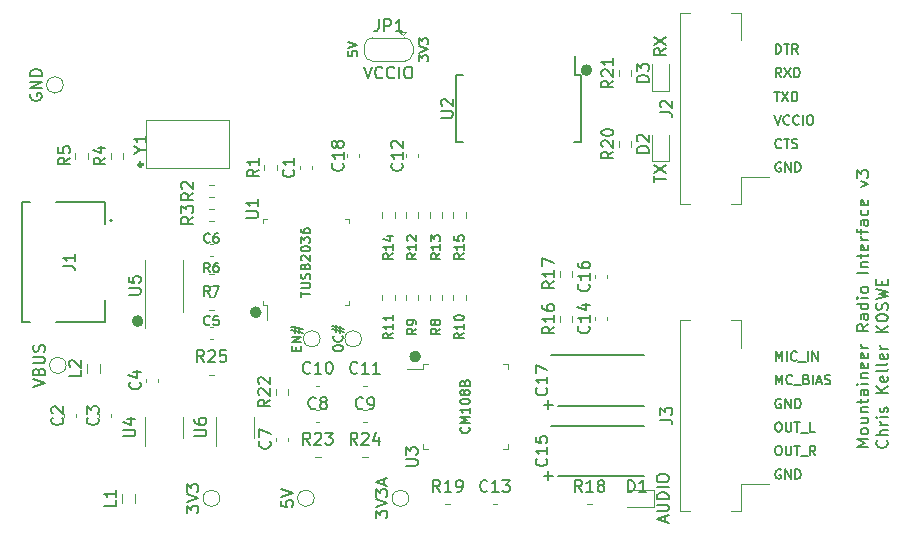
<source format=gbr>
%TF.GenerationSoftware,KiCad,Pcbnew,5.1.10*%
%TF.CreationDate,2021-06-06T23:04:05-06:00*%
%TF.ProjectId,mountaineer,6d6f756e-7461-4696-9e65-65722e6b6963,3*%
%TF.SameCoordinates,Original*%
%TF.FileFunction,Legend,Top*%
%TF.FilePolarity,Positive*%
%FSLAX46Y46*%
G04 Gerber Fmt 4.6, Leading zero omitted, Abs format (unit mm)*
G04 Created by KiCad (PCBNEW 5.1.10) date 2021-06-06 23:04:05*
%MOMM*%
%LPD*%
G01*
G04 APERTURE LIST*
%ADD10C,0.150000*%
%ADD11C,0.120000*%
%ADD12C,0.200000*%
%ADD13C,0.127000*%
%ADD14C,0.500000*%
%ADD15C,0.300000*%
G04 APERTURE END LIST*
D10*
X186627380Y-122664404D02*
X185627380Y-122664404D01*
X186341666Y-122331071D01*
X185627380Y-121997738D01*
X186627380Y-121997738D01*
X186627380Y-121378690D02*
X186579761Y-121473928D01*
X186532142Y-121521547D01*
X186436904Y-121569166D01*
X186151190Y-121569166D01*
X186055952Y-121521547D01*
X186008333Y-121473928D01*
X185960714Y-121378690D01*
X185960714Y-121235833D01*
X186008333Y-121140595D01*
X186055952Y-121092976D01*
X186151190Y-121045357D01*
X186436904Y-121045357D01*
X186532142Y-121092976D01*
X186579761Y-121140595D01*
X186627380Y-121235833D01*
X186627380Y-121378690D01*
X185960714Y-120188214D02*
X186627380Y-120188214D01*
X185960714Y-120616785D02*
X186484523Y-120616785D01*
X186579761Y-120569166D01*
X186627380Y-120473928D01*
X186627380Y-120331071D01*
X186579761Y-120235833D01*
X186532142Y-120188214D01*
X185960714Y-119712023D02*
X186627380Y-119712023D01*
X186055952Y-119712023D02*
X186008333Y-119664404D01*
X185960714Y-119569166D01*
X185960714Y-119426309D01*
X186008333Y-119331071D01*
X186103571Y-119283452D01*
X186627380Y-119283452D01*
X185960714Y-118950119D02*
X185960714Y-118569166D01*
X185627380Y-118807261D02*
X186484523Y-118807261D01*
X186579761Y-118759642D01*
X186627380Y-118664404D01*
X186627380Y-118569166D01*
X186627380Y-117807261D02*
X186103571Y-117807261D01*
X186008333Y-117854880D01*
X185960714Y-117950119D01*
X185960714Y-118140595D01*
X186008333Y-118235833D01*
X186579761Y-117807261D02*
X186627380Y-117902500D01*
X186627380Y-118140595D01*
X186579761Y-118235833D01*
X186484523Y-118283452D01*
X186389285Y-118283452D01*
X186294047Y-118235833D01*
X186246428Y-118140595D01*
X186246428Y-117902500D01*
X186198809Y-117807261D01*
X186627380Y-117331071D02*
X185960714Y-117331071D01*
X185627380Y-117331071D02*
X185675000Y-117378690D01*
X185722619Y-117331071D01*
X185675000Y-117283452D01*
X185627380Y-117331071D01*
X185722619Y-117331071D01*
X185960714Y-116854880D02*
X186627380Y-116854880D01*
X186055952Y-116854880D02*
X186008333Y-116807261D01*
X185960714Y-116712023D01*
X185960714Y-116569166D01*
X186008333Y-116473928D01*
X186103571Y-116426309D01*
X186627380Y-116426309D01*
X186579761Y-115569166D02*
X186627380Y-115664404D01*
X186627380Y-115854880D01*
X186579761Y-115950119D01*
X186484523Y-115997738D01*
X186103571Y-115997738D01*
X186008333Y-115950119D01*
X185960714Y-115854880D01*
X185960714Y-115664404D01*
X186008333Y-115569166D01*
X186103571Y-115521547D01*
X186198809Y-115521547D01*
X186294047Y-115997738D01*
X186579761Y-114712023D02*
X186627380Y-114807261D01*
X186627380Y-114997738D01*
X186579761Y-115092976D01*
X186484523Y-115140595D01*
X186103571Y-115140595D01*
X186008333Y-115092976D01*
X185960714Y-114997738D01*
X185960714Y-114807261D01*
X186008333Y-114712023D01*
X186103571Y-114664404D01*
X186198809Y-114664404D01*
X186294047Y-115140595D01*
X186627380Y-114235833D02*
X185960714Y-114235833D01*
X186151190Y-114235833D02*
X186055952Y-114188214D01*
X186008333Y-114140595D01*
X185960714Y-114045357D01*
X185960714Y-113950119D01*
X186627380Y-112283452D02*
X186151190Y-112616785D01*
X186627380Y-112854880D02*
X185627380Y-112854880D01*
X185627380Y-112473928D01*
X185675000Y-112378690D01*
X185722619Y-112331071D01*
X185817857Y-112283452D01*
X185960714Y-112283452D01*
X186055952Y-112331071D01*
X186103571Y-112378690D01*
X186151190Y-112473928D01*
X186151190Y-112854880D01*
X186627380Y-111426309D02*
X186103571Y-111426309D01*
X186008333Y-111473928D01*
X185960714Y-111569166D01*
X185960714Y-111759642D01*
X186008333Y-111854880D01*
X186579761Y-111426309D02*
X186627380Y-111521547D01*
X186627380Y-111759642D01*
X186579761Y-111854880D01*
X186484523Y-111902500D01*
X186389285Y-111902500D01*
X186294047Y-111854880D01*
X186246428Y-111759642D01*
X186246428Y-111521547D01*
X186198809Y-111426309D01*
X186627380Y-110521547D02*
X185627380Y-110521547D01*
X186579761Y-110521547D02*
X186627380Y-110616785D01*
X186627380Y-110807261D01*
X186579761Y-110902500D01*
X186532142Y-110950119D01*
X186436904Y-110997738D01*
X186151190Y-110997738D01*
X186055952Y-110950119D01*
X186008333Y-110902500D01*
X185960714Y-110807261D01*
X185960714Y-110616785D01*
X186008333Y-110521547D01*
X186627380Y-110045357D02*
X185960714Y-110045357D01*
X185627380Y-110045357D02*
X185675000Y-110092976D01*
X185722619Y-110045357D01*
X185675000Y-109997738D01*
X185627380Y-110045357D01*
X185722619Y-110045357D01*
X186627380Y-109426309D02*
X186579761Y-109521547D01*
X186532142Y-109569166D01*
X186436904Y-109616785D01*
X186151190Y-109616785D01*
X186055952Y-109569166D01*
X186008333Y-109521547D01*
X185960714Y-109426309D01*
X185960714Y-109283452D01*
X186008333Y-109188214D01*
X186055952Y-109140595D01*
X186151190Y-109092976D01*
X186436904Y-109092976D01*
X186532142Y-109140595D01*
X186579761Y-109188214D01*
X186627380Y-109283452D01*
X186627380Y-109426309D01*
X186627380Y-107902500D02*
X185627380Y-107902500D01*
X185960714Y-107426309D02*
X186627380Y-107426309D01*
X186055952Y-107426309D02*
X186008333Y-107378690D01*
X185960714Y-107283452D01*
X185960714Y-107140595D01*
X186008333Y-107045357D01*
X186103571Y-106997738D01*
X186627380Y-106997738D01*
X185960714Y-106664404D02*
X185960714Y-106283452D01*
X185627380Y-106521547D02*
X186484523Y-106521547D01*
X186579761Y-106473928D01*
X186627380Y-106378690D01*
X186627380Y-106283452D01*
X186579761Y-105569166D02*
X186627380Y-105664404D01*
X186627380Y-105854880D01*
X186579761Y-105950119D01*
X186484523Y-105997738D01*
X186103571Y-105997738D01*
X186008333Y-105950119D01*
X185960714Y-105854880D01*
X185960714Y-105664404D01*
X186008333Y-105569166D01*
X186103571Y-105521547D01*
X186198809Y-105521547D01*
X186294047Y-105997738D01*
X186627380Y-105092976D02*
X185960714Y-105092976D01*
X186151190Y-105092976D02*
X186055952Y-105045357D01*
X186008333Y-104997738D01*
X185960714Y-104902500D01*
X185960714Y-104807261D01*
X185960714Y-104616785D02*
X185960714Y-104235833D01*
X186627380Y-104473928D02*
X185770238Y-104473928D01*
X185675000Y-104426309D01*
X185627380Y-104331071D01*
X185627380Y-104235833D01*
X186627380Y-103473928D02*
X186103571Y-103473928D01*
X186008333Y-103521547D01*
X185960714Y-103616785D01*
X185960714Y-103807261D01*
X186008333Y-103902500D01*
X186579761Y-103473928D02*
X186627380Y-103569166D01*
X186627380Y-103807261D01*
X186579761Y-103902500D01*
X186484523Y-103950119D01*
X186389285Y-103950119D01*
X186294047Y-103902500D01*
X186246428Y-103807261D01*
X186246428Y-103569166D01*
X186198809Y-103473928D01*
X186579761Y-102569166D02*
X186627380Y-102664404D01*
X186627380Y-102854880D01*
X186579761Y-102950119D01*
X186532142Y-102997738D01*
X186436904Y-103045357D01*
X186151190Y-103045357D01*
X186055952Y-102997738D01*
X186008333Y-102950119D01*
X185960714Y-102854880D01*
X185960714Y-102664404D01*
X186008333Y-102569166D01*
X186579761Y-101759642D02*
X186627380Y-101854880D01*
X186627380Y-102045357D01*
X186579761Y-102140595D01*
X186484523Y-102188214D01*
X186103571Y-102188214D01*
X186008333Y-102140595D01*
X185960714Y-102045357D01*
X185960714Y-101854880D01*
X186008333Y-101759642D01*
X186103571Y-101712023D01*
X186198809Y-101712023D01*
X186294047Y-102188214D01*
X185960714Y-100616785D02*
X186627380Y-100378690D01*
X185960714Y-100140595D01*
X185627380Y-99854880D02*
X185627380Y-99235833D01*
X186008333Y-99569166D01*
X186008333Y-99426309D01*
X186055952Y-99331071D01*
X186103571Y-99283452D01*
X186198809Y-99235833D01*
X186436904Y-99235833D01*
X186532142Y-99283452D01*
X186579761Y-99331071D01*
X186627380Y-99426309D01*
X186627380Y-99712023D01*
X186579761Y-99807261D01*
X186532142Y-99854880D01*
X188182142Y-122092976D02*
X188229761Y-122140595D01*
X188277380Y-122283452D01*
X188277380Y-122378690D01*
X188229761Y-122521547D01*
X188134523Y-122616785D01*
X188039285Y-122664404D01*
X187848809Y-122712023D01*
X187705952Y-122712023D01*
X187515476Y-122664404D01*
X187420238Y-122616785D01*
X187325000Y-122521547D01*
X187277380Y-122378690D01*
X187277380Y-122283452D01*
X187325000Y-122140595D01*
X187372619Y-122092976D01*
X188277380Y-121664404D02*
X187277380Y-121664404D01*
X188277380Y-121235833D02*
X187753571Y-121235833D01*
X187658333Y-121283452D01*
X187610714Y-121378690D01*
X187610714Y-121521547D01*
X187658333Y-121616785D01*
X187705952Y-121664404D01*
X188277380Y-120759642D02*
X187610714Y-120759642D01*
X187801190Y-120759642D02*
X187705952Y-120712023D01*
X187658333Y-120664404D01*
X187610714Y-120569166D01*
X187610714Y-120473928D01*
X188277380Y-120140595D02*
X187610714Y-120140595D01*
X187277380Y-120140595D02*
X187325000Y-120188214D01*
X187372619Y-120140595D01*
X187325000Y-120092976D01*
X187277380Y-120140595D01*
X187372619Y-120140595D01*
X188229761Y-119712023D02*
X188277380Y-119616785D01*
X188277380Y-119426309D01*
X188229761Y-119331071D01*
X188134523Y-119283452D01*
X188086904Y-119283452D01*
X187991666Y-119331071D01*
X187944047Y-119426309D01*
X187944047Y-119569166D01*
X187896428Y-119664404D01*
X187801190Y-119712023D01*
X187753571Y-119712023D01*
X187658333Y-119664404D01*
X187610714Y-119569166D01*
X187610714Y-119426309D01*
X187658333Y-119331071D01*
X188277380Y-118092976D02*
X187277380Y-118092976D01*
X188277380Y-117521547D02*
X187705952Y-117950119D01*
X187277380Y-117521547D02*
X187848809Y-118092976D01*
X188229761Y-116712023D02*
X188277380Y-116807261D01*
X188277380Y-116997738D01*
X188229761Y-117092976D01*
X188134523Y-117140595D01*
X187753571Y-117140595D01*
X187658333Y-117092976D01*
X187610714Y-116997738D01*
X187610714Y-116807261D01*
X187658333Y-116712023D01*
X187753571Y-116664404D01*
X187848809Y-116664404D01*
X187944047Y-117140595D01*
X188277380Y-116092976D02*
X188229761Y-116188214D01*
X188134523Y-116235833D01*
X187277380Y-116235833D01*
X188277380Y-115569166D02*
X188229761Y-115664404D01*
X188134523Y-115712023D01*
X187277380Y-115712023D01*
X188229761Y-114807261D02*
X188277380Y-114902500D01*
X188277380Y-115092976D01*
X188229761Y-115188214D01*
X188134523Y-115235833D01*
X187753571Y-115235833D01*
X187658333Y-115188214D01*
X187610714Y-115092976D01*
X187610714Y-114902500D01*
X187658333Y-114807261D01*
X187753571Y-114759642D01*
X187848809Y-114759642D01*
X187944047Y-115235833D01*
X188277380Y-114331071D02*
X187610714Y-114331071D01*
X187801190Y-114331071D02*
X187705952Y-114283452D01*
X187658333Y-114235833D01*
X187610714Y-114140595D01*
X187610714Y-114045357D01*
X188277380Y-112950119D02*
X187277380Y-112950119D01*
X188277380Y-112378690D02*
X187705952Y-112807261D01*
X187277380Y-112378690D02*
X187848809Y-112950119D01*
X187277380Y-111759642D02*
X187277380Y-111664404D01*
X187325000Y-111569166D01*
X187372619Y-111521547D01*
X187467857Y-111473928D01*
X187658333Y-111426309D01*
X187896428Y-111426309D01*
X188086904Y-111473928D01*
X188182142Y-111521547D01*
X188229761Y-111569166D01*
X188277380Y-111664404D01*
X188277380Y-111759642D01*
X188229761Y-111854880D01*
X188182142Y-111902500D01*
X188086904Y-111950119D01*
X187896428Y-111997738D01*
X187658333Y-111997738D01*
X187467857Y-111950119D01*
X187372619Y-111902500D01*
X187325000Y-111854880D01*
X187277380Y-111759642D01*
X188229761Y-111045357D02*
X188277380Y-110902500D01*
X188277380Y-110664404D01*
X188229761Y-110569166D01*
X188182142Y-110521547D01*
X188086904Y-110473928D01*
X187991666Y-110473928D01*
X187896428Y-110521547D01*
X187848809Y-110569166D01*
X187801190Y-110664404D01*
X187753571Y-110854880D01*
X187705952Y-110950119D01*
X187658333Y-110997738D01*
X187563095Y-111045357D01*
X187467857Y-111045357D01*
X187372619Y-110997738D01*
X187325000Y-110950119D01*
X187277380Y-110854880D01*
X187277380Y-110616785D01*
X187325000Y-110473928D01*
X187277380Y-110140595D02*
X188277380Y-109902500D01*
X187563095Y-109712023D01*
X188277380Y-109521547D01*
X187277380Y-109283452D01*
X187753571Y-108902500D02*
X187753571Y-108569166D01*
X188277380Y-108426309D02*
X188277380Y-108902500D01*
X187277380Y-108902500D01*
X187277380Y-108426309D01*
D11*
%TO.C,TP7*%
X140200000Y-113500000D02*
G75*
G03*
X140200000Y-113500000I-700000J0D01*
G01*
%TO.C,TP5*%
X143700000Y-113500000D02*
G75*
G03*
X143700000Y-113500000I-700000J0D01*
G01*
%TO.C,JP1*%
X147200000Y-87800000D02*
X146900000Y-87500000D01*
X147500000Y-87500000D02*
X146900000Y-87500000D01*
X147200000Y-87800000D02*
X147500000Y-87500000D01*
X148050000Y-88700000D02*
X148050000Y-89300000D01*
X144600000Y-88000000D02*
X147400000Y-88000000D01*
X143950000Y-89300000D02*
X143950000Y-88700000D01*
X147400000Y-90000000D02*
X144600000Y-90000000D01*
X148050000Y-89300000D02*
G75*
G02*
X147350000Y-90000000I-700000J0D01*
G01*
X147350000Y-88000000D02*
G75*
G02*
X148050000Y-88700000I0J-700000D01*
G01*
X143950000Y-88700000D02*
G75*
G02*
X144650000Y-88000000I700000J0D01*
G01*
X144650000Y-90000000D02*
G75*
G02*
X143950000Y-89300000I0J700000D01*
G01*
%TO.C,R25*%
X130762742Y-115477500D02*
X131237258Y-115477500D01*
X130762742Y-116522500D02*
X131237258Y-116522500D01*
D12*
%TO.C,J1*%
X122600000Y-103500000D02*
G75*
G03*
X122600000Y-103500000I-100000J0D01*
G01*
D13*
X121950000Y-103750000D02*
X121950000Y-101950000D01*
X121950000Y-112050000D02*
X121950000Y-110250000D01*
X117800000Y-112050000D02*
X121950000Y-112050000D01*
X115000000Y-112050000D02*
X115600000Y-112050000D01*
X115000000Y-101950000D02*
X115000000Y-112050000D01*
X115600000Y-101950000D02*
X115000000Y-101950000D01*
X121950000Y-101950000D02*
X117800000Y-101950000D01*
D11*
%TO.C,L2*%
X121560000Y-115600378D02*
X121560000Y-116399622D01*
X120440000Y-115600378D02*
X120440000Y-116399622D01*
%TO.C,L1*%
X123440000Y-127399622D02*
X123440000Y-126600378D01*
X124560000Y-127399622D02*
X124560000Y-126600378D01*
%TO.C,U5*%
X128610000Y-109000000D02*
X128610000Y-106800000D01*
X128610000Y-109000000D02*
X128610000Y-111200000D01*
X125390000Y-109000000D02*
X125390000Y-106800000D01*
X125390000Y-109000000D02*
X125390000Y-112600000D01*
D14*
X125000000Y-112000000D02*
G75*
G03*
X125000000Y-112000000I-250000J0D01*
G01*
D15*
%TO.C,Y1*%
X125150000Y-98750000D02*
G75*
G03*
X125150000Y-98750000I-150000J0D01*
G01*
D11*
X132500000Y-99000000D02*
X125500000Y-99000000D01*
X125500000Y-99000000D02*
X125500000Y-95000000D01*
X125500000Y-95000000D02*
X132500000Y-95000000D01*
X132500000Y-95000000D02*
X132500000Y-99000000D01*
%TO.C,J2*%
X175010000Y-102085000D02*
X175860000Y-102085000D01*
X175860000Y-102085000D02*
X175860000Y-99760000D01*
X175860000Y-99760000D02*
X178250000Y-99760000D01*
X175010000Y-85915000D02*
X175860000Y-85915000D01*
X175860000Y-85915000D02*
X175860000Y-88240000D01*
X171490000Y-102085000D02*
X170640000Y-102085000D01*
X170640000Y-102085000D02*
X170640000Y-85915000D01*
X170640000Y-85915000D02*
X171490000Y-85915000D01*
%TO.C,J3*%
X175010000Y-128085000D02*
X175860000Y-128085000D01*
X175860000Y-128085000D02*
X175860000Y-125760000D01*
X175860000Y-125760000D02*
X178250000Y-125760000D01*
X175010000Y-111915000D02*
X175860000Y-111915000D01*
X175860000Y-111915000D02*
X175860000Y-114240000D01*
X171490000Y-128085000D02*
X170640000Y-128085000D01*
X170640000Y-128085000D02*
X170640000Y-111915000D01*
X170640000Y-111915000D02*
X171490000Y-111915000D01*
D14*
%TO.C,U2*%
X163000000Y-90750000D02*
G75*
G03*
X163000000Y-90750000I-250000J0D01*
G01*
D10*
X162325000Y-91125000D02*
X161750000Y-91125000D01*
X162325000Y-96875000D02*
X161675000Y-96875000D01*
X151675000Y-96875000D02*
X152325000Y-96875000D01*
X151675000Y-91125000D02*
X152325000Y-91125000D01*
X162325000Y-91125000D02*
X162325000Y-96875000D01*
X151675000Y-91125000D02*
X151675000Y-96875000D01*
X161750000Y-91125000D02*
X161750000Y-89525000D01*
D11*
%TO.C,U1*%
X142610000Y-103690000D02*
X142610000Y-103390000D01*
X142610000Y-103390000D02*
X142310000Y-103390000D01*
X142610000Y-110310000D02*
X142610000Y-110610000D01*
X142610000Y-110610000D02*
X142310000Y-110610000D01*
X135390000Y-103690000D02*
X135390000Y-103390000D01*
X135390000Y-103390000D02*
X135690000Y-103390000D01*
X135390000Y-110310000D02*
X135390000Y-110610000D01*
X135390000Y-110610000D02*
X135690000Y-110610000D01*
X135690000Y-110610000D02*
X135690000Y-111925000D01*
D14*
X135000000Y-111250000D02*
G75*
G03*
X135000000Y-111250000I-250000J0D01*
G01*
D11*
%TO.C,U3*%
X155660000Y-122860000D02*
X156110000Y-122860000D01*
X156110000Y-122860000D02*
X156110000Y-122410000D01*
X149340000Y-122860000D02*
X148890000Y-122860000D01*
X148890000Y-122860000D02*
X148890000Y-122410000D01*
X155660000Y-115640000D02*
X156110000Y-115640000D01*
X156110000Y-115640000D02*
X156110000Y-116090000D01*
X149340000Y-115640000D02*
X148890000Y-115640000D01*
X148890000Y-115640000D02*
X148890000Y-116090000D01*
X148890000Y-116090000D02*
X147600000Y-116090000D01*
D14*
X148500000Y-115000000D02*
G75*
G03*
X148500000Y-115000000I-250000J0D01*
G01*
D11*
%TO.C,R24*%
X143762742Y-122477500D02*
X144237258Y-122477500D01*
X143762742Y-123522500D02*
X144237258Y-123522500D01*
%TO.C,R23*%
X139762742Y-122477500D02*
X140237258Y-122477500D01*
X139762742Y-123522500D02*
X140237258Y-123522500D01*
%TO.C,R22*%
X137522500Y-117762742D02*
X137522500Y-118237258D01*
X136477500Y-117762742D02*
X136477500Y-118237258D01*
%TO.C,U6*%
X134610000Y-121900000D02*
X134610000Y-120100000D01*
X131390000Y-120100000D02*
X131390000Y-122550000D01*
%TO.C,U4*%
X128610000Y-121900000D02*
X128610000Y-120100000D01*
X125390000Y-120100000D02*
X125390000Y-122550000D01*
%TO.C,TP6*%
X139700000Y-127000000D02*
G75*
G03*
X139700000Y-127000000I-700000J0D01*
G01*
%TO.C,TP4*%
X147700000Y-127000000D02*
G75*
G03*
X147700000Y-127000000I-700000J0D01*
G01*
%TO.C,TP3*%
X131700000Y-127000000D02*
G75*
G03*
X131700000Y-127000000I-700000J0D01*
G01*
%TO.C,TP2*%
X118450000Y-92000000D02*
G75*
G03*
X118450000Y-92000000I-700000J0D01*
G01*
%TO.C,TP1*%
X118700000Y-115750000D02*
G75*
G03*
X118700000Y-115750000I-700000J0D01*
G01*
%TO.C,R21*%
X165477500Y-91237258D02*
X165477500Y-90762742D01*
X166522500Y-91237258D02*
X166522500Y-90762742D01*
%TO.C,R20*%
X165477500Y-97237258D02*
X165477500Y-96762742D01*
X166522500Y-97237258D02*
X166522500Y-96762742D01*
%TO.C,R19*%
X150762742Y-126477500D02*
X151237258Y-126477500D01*
X150762742Y-127522500D02*
X151237258Y-127522500D01*
%TO.C,R18*%
X163237258Y-127522500D02*
X162762742Y-127522500D01*
X163237258Y-126477500D02*
X162762742Y-126477500D01*
%TO.C,R17*%
X160477500Y-108237258D02*
X160477500Y-107762742D01*
X161522500Y-108237258D02*
X161522500Y-107762742D01*
%TO.C,R16*%
X160477500Y-112062258D02*
X160477500Y-111587742D01*
X161522500Y-112062258D02*
X161522500Y-111587742D01*
%TO.C,R15*%
X152522500Y-102762742D02*
X152522500Y-103237258D01*
X151477500Y-102762742D02*
X151477500Y-103237258D01*
%TO.C,R14*%
X146522500Y-102762742D02*
X146522500Y-103237258D01*
X145477500Y-102762742D02*
X145477500Y-103237258D01*
%TO.C,R13*%
X150522500Y-102762742D02*
X150522500Y-103237258D01*
X149477500Y-102762742D02*
X149477500Y-103237258D01*
%TO.C,R12*%
X148522500Y-102762742D02*
X148522500Y-103237258D01*
X147477500Y-102762742D02*
X147477500Y-103237258D01*
%TO.C,R11*%
X145477500Y-110237258D02*
X145477500Y-109762742D01*
X146522500Y-110237258D02*
X146522500Y-109762742D01*
%TO.C,R10*%
X151477500Y-110237258D02*
X151477500Y-109762742D01*
X152522500Y-110237258D02*
X152522500Y-109762742D01*
%TO.C,R9*%
X147477500Y-110237258D02*
X147477500Y-109762742D01*
X148522500Y-110237258D02*
X148522500Y-109762742D01*
%TO.C,R8*%
X149477500Y-110237258D02*
X149477500Y-109762742D01*
X150522500Y-110237258D02*
X150522500Y-109762742D01*
%TO.C,R7*%
X131237258Y-111022500D02*
X130762742Y-111022500D01*
X131237258Y-109977500D02*
X130762742Y-109977500D01*
%TO.C,R6*%
X131237258Y-109022500D02*
X130762742Y-109022500D01*
X131237258Y-107977500D02*
X130762742Y-107977500D01*
%TO.C,R5*%
X119477500Y-98237258D02*
X119477500Y-97762742D01*
X120522500Y-98237258D02*
X120522500Y-97762742D01*
%TO.C,R4*%
X122477500Y-98237258D02*
X122477500Y-97762742D01*
X123522500Y-98237258D02*
X123522500Y-97762742D01*
%TO.C,R3*%
X131237258Y-103522500D02*
X130762742Y-103522500D01*
X131237258Y-102477500D02*
X130762742Y-102477500D01*
%TO.C,R2*%
X130762742Y-100477500D02*
X131237258Y-100477500D01*
X130762742Y-101522500D02*
X131237258Y-101522500D01*
%TO.C,R1*%
X135477500Y-99237258D02*
X135477500Y-98762742D01*
X136522500Y-99237258D02*
X136522500Y-98762742D01*
%TO.C,D3*%
X168265000Y-90200000D02*
X168265000Y-92485000D01*
X168265000Y-92485000D02*
X169735000Y-92485000D01*
X169735000Y-92485000D02*
X169735000Y-90200000D01*
%TO.C,D2*%
X168265000Y-96200000D02*
X168265000Y-98485000D01*
X168265000Y-98485000D02*
X169735000Y-98485000D01*
X169735000Y-98485000D02*
X169735000Y-96200000D01*
%TO.C,D1*%
X166200000Y-127735000D02*
X168485000Y-127735000D01*
X168485000Y-127735000D02*
X168485000Y-126265000D01*
X168485000Y-126265000D02*
X166200000Y-126265000D01*
%TO.C,C18*%
X143510000Y-97859420D02*
X143510000Y-98140580D01*
X142490000Y-97859420D02*
X142490000Y-98140580D01*
D12*
%TO.C,C17*%
X167650000Y-114850000D02*
X159725000Y-114850000D01*
X160350000Y-119150000D02*
X167650000Y-119150000D01*
D11*
%TO.C,C16*%
X163490000Y-108365580D02*
X163490000Y-108084420D01*
X164510000Y-108365580D02*
X164510000Y-108084420D01*
D12*
%TO.C,C15*%
X167650000Y-120850000D02*
X159725000Y-120850000D01*
X160350000Y-125150000D02*
X167650000Y-125150000D01*
D11*
%TO.C,C14*%
X163490000Y-111915580D02*
X163490000Y-111634420D01*
X164510000Y-111915580D02*
X164510000Y-111634420D01*
%TO.C,C13*%
X154859420Y-126490000D02*
X155140580Y-126490000D01*
X154859420Y-127510000D02*
X155140580Y-127510000D01*
%TO.C,C12*%
X148510000Y-97859420D02*
X148510000Y-98140580D01*
X147490000Y-97859420D02*
X147490000Y-98140580D01*
%TO.C,C11*%
X143859420Y-116490000D02*
X144140580Y-116490000D01*
X143859420Y-117510000D02*
X144140580Y-117510000D01*
%TO.C,C10*%
X139859420Y-116490000D02*
X140140580Y-116490000D01*
X139859420Y-117510000D02*
X140140580Y-117510000D01*
%TO.C,C9*%
X143859420Y-119490000D02*
X144140580Y-119490000D01*
X143859420Y-120510000D02*
X144140580Y-120510000D01*
%TO.C,C8*%
X139859420Y-119490000D02*
X140140580Y-119490000D01*
X139859420Y-120510000D02*
X140140580Y-120510000D01*
%TO.C,C7*%
X136490000Y-122140580D02*
X136490000Y-121859420D01*
X137510000Y-122140580D02*
X137510000Y-121859420D01*
%TO.C,C6*%
X131140580Y-106510000D02*
X130859420Y-106510000D01*
X131140580Y-105490000D02*
X130859420Y-105490000D01*
%TO.C,C5*%
X131140580Y-113510000D02*
X130859420Y-113510000D01*
X131140580Y-112490000D02*
X130859420Y-112490000D01*
%TO.C,C4*%
X125490000Y-117140580D02*
X125490000Y-116859420D01*
X126510000Y-117140580D02*
X126510000Y-116859420D01*
%TO.C,C3*%
X122510000Y-119859420D02*
X122510000Y-120140580D01*
X121490000Y-119859420D02*
X121490000Y-120140580D01*
%TO.C,C2*%
X119510000Y-119859420D02*
X119510000Y-120140580D01*
X118490000Y-119859420D02*
X118490000Y-120140580D01*
%TO.C,C1*%
X138490000Y-99140580D02*
X138490000Y-98859420D01*
X139510000Y-99140580D02*
X139510000Y-98859420D01*
%TO.C,TP7*%
D10*
X138192857Y-114490476D02*
X138192857Y-114223809D01*
X138611904Y-114109523D02*
X138611904Y-114490476D01*
X137811904Y-114490476D01*
X137811904Y-114109523D01*
X138611904Y-113766666D02*
X137811904Y-113766666D01*
X138611904Y-113309523D01*
X137811904Y-113309523D01*
X138078571Y-112966666D02*
X138078571Y-112395238D01*
X137735714Y-112738095D02*
X138764285Y-112966666D01*
X138421428Y-112471428D02*
X138421428Y-113042857D01*
X138764285Y-112700000D02*
X137735714Y-112471428D01*
%TO.C,TP5*%
X141311904Y-114376190D02*
X141311904Y-114223809D01*
X141350000Y-114147619D01*
X141426190Y-114071428D01*
X141578571Y-114033333D01*
X141845238Y-114033333D01*
X141997619Y-114071428D01*
X142073809Y-114147619D01*
X142111904Y-114223809D01*
X142111904Y-114376190D01*
X142073809Y-114452380D01*
X141997619Y-114528571D01*
X141845238Y-114566666D01*
X141578571Y-114566666D01*
X141426190Y-114528571D01*
X141350000Y-114452380D01*
X141311904Y-114376190D01*
X142035714Y-113233333D02*
X142073809Y-113271428D01*
X142111904Y-113385714D01*
X142111904Y-113461904D01*
X142073809Y-113576190D01*
X141997619Y-113652380D01*
X141921428Y-113690476D01*
X141769047Y-113728571D01*
X141654761Y-113728571D01*
X141502380Y-113690476D01*
X141426190Y-113652380D01*
X141350000Y-113576190D01*
X141311904Y-113461904D01*
X141311904Y-113385714D01*
X141350000Y-113271428D01*
X141388095Y-113233333D01*
X141578571Y-112928571D02*
X141578571Y-112357142D01*
X141235714Y-112700000D02*
X142264285Y-112928571D01*
X141921428Y-112433333D02*
X141921428Y-113004761D01*
X142264285Y-112661904D02*
X141235714Y-112433333D01*
%TO.C,JP1*%
X145166666Y-86452380D02*
X145166666Y-87166666D01*
X145119047Y-87309523D01*
X145023809Y-87404761D01*
X144880952Y-87452380D01*
X144785714Y-87452380D01*
X145642857Y-87452380D02*
X145642857Y-86452380D01*
X146023809Y-86452380D01*
X146119047Y-86500000D01*
X146166666Y-86547619D01*
X146214285Y-86642857D01*
X146214285Y-86785714D01*
X146166666Y-86880952D01*
X146119047Y-86928571D01*
X146023809Y-86976190D01*
X145642857Y-86976190D01*
X147166666Y-87452380D02*
X146595238Y-87452380D01*
X146880952Y-87452380D02*
X146880952Y-86452380D01*
X146785714Y-86595238D01*
X146690476Y-86690476D01*
X146595238Y-86738095D01*
X143904761Y-90452380D02*
X144238095Y-91452380D01*
X144571428Y-90452380D01*
X145476190Y-91357142D02*
X145428571Y-91404761D01*
X145285714Y-91452380D01*
X145190476Y-91452380D01*
X145047619Y-91404761D01*
X144952380Y-91309523D01*
X144904761Y-91214285D01*
X144857142Y-91023809D01*
X144857142Y-90880952D01*
X144904761Y-90690476D01*
X144952380Y-90595238D01*
X145047619Y-90500000D01*
X145190476Y-90452380D01*
X145285714Y-90452380D01*
X145428571Y-90500000D01*
X145476190Y-90547619D01*
X146476190Y-91357142D02*
X146428571Y-91404761D01*
X146285714Y-91452380D01*
X146190476Y-91452380D01*
X146047619Y-91404761D01*
X145952380Y-91309523D01*
X145904761Y-91214285D01*
X145857142Y-91023809D01*
X145857142Y-90880952D01*
X145904761Y-90690476D01*
X145952380Y-90595238D01*
X146047619Y-90500000D01*
X146190476Y-90452380D01*
X146285714Y-90452380D01*
X146428571Y-90500000D01*
X146476190Y-90547619D01*
X146904761Y-91452380D02*
X146904761Y-90452380D01*
X147571428Y-90452380D02*
X147761904Y-90452380D01*
X147857142Y-90500000D01*
X147952380Y-90595238D01*
X148000000Y-90785714D01*
X148000000Y-91119047D01*
X147952380Y-91309523D01*
X147857142Y-91404761D01*
X147761904Y-91452380D01*
X147571428Y-91452380D01*
X147476190Y-91404761D01*
X147380952Y-91309523D01*
X147333333Y-91119047D01*
X147333333Y-90785714D01*
X147380952Y-90595238D01*
X147476190Y-90500000D01*
X147571428Y-90452380D01*
X148561904Y-89990476D02*
X148561904Y-89495238D01*
X148866666Y-89761904D01*
X148866666Y-89647619D01*
X148904761Y-89571428D01*
X148942857Y-89533333D01*
X149019047Y-89495238D01*
X149209523Y-89495238D01*
X149285714Y-89533333D01*
X149323809Y-89571428D01*
X149361904Y-89647619D01*
X149361904Y-89876190D01*
X149323809Y-89952380D01*
X149285714Y-89990476D01*
X148561904Y-89266666D02*
X149361904Y-89000000D01*
X148561904Y-88733333D01*
X148561904Y-88542857D02*
X148561904Y-88047619D01*
X148866666Y-88314285D01*
X148866666Y-88200000D01*
X148904761Y-88123809D01*
X148942857Y-88085714D01*
X149019047Y-88047619D01*
X149209523Y-88047619D01*
X149285714Y-88085714D01*
X149323809Y-88123809D01*
X149361904Y-88200000D01*
X149361904Y-88428571D01*
X149323809Y-88504761D01*
X149285714Y-88542857D01*
X142561904Y-89152380D02*
X142561904Y-89533333D01*
X142942857Y-89571428D01*
X142904761Y-89533333D01*
X142866666Y-89457142D01*
X142866666Y-89266666D01*
X142904761Y-89190476D01*
X142942857Y-89152380D01*
X143019047Y-89114285D01*
X143209523Y-89114285D01*
X143285714Y-89152380D01*
X143323809Y-89190476D01*
X143361904Y-89266666D01*
X143361904Y-89457142D01*
X143323809Y-89533333D01*
X143285714Y-89571428D01*
X142561904Y-88885714D02*
X143361904Y-88619047D01*
X142561904Y-88352380D01*
%TO.C,R25*%
X130357142Y-115452380D02*
X130023809Y-114976190D01*
X129785714Y-115452380D02*
X129785714Y-114452380D01*
X130166666Y-114452380D01*
X130261904Y-114500000D01*
X130309523Y-114547619D01*
X130357142Y-114642857D01*
X130357142Y-114785714D01*
X130309523Y-114880952D01*
X130261904Y-114928571D01*
X130166666Y-114976190D01*
X129785714Y-114976190D01*
X130738095Y-114547619D02*
X130785714Y-114500000D01*
X130880952Y-114452380D01*
X131119047Y-114452380D01*
X131214285Y-114500000D01*
X131261904Y-114547619D01*
X131309523Y-114642857D01*
X131309523Y-114738095D01*
X131261904Y-114880952D01*
X130690476Y-115452380D01*
X131309523Y-115452380D01*
X132214285Y-114452380D02*
X131738095Y-114452380D01*
X131690476Y-114928571D01*
X131738095Y-114880952D01*
X131833333Y-114833333D01*
X132071428Y-114833333D01*
X132166666Y-114880952D01*
X132214285Y-114928571D01*
X132261904Y-115023809D01*
X132261904Y-115261904D01*
X132214285Y-115357142D01*
X132166666Y-115404761D01*
X132071428Y-115452380D01*
X131833333Y-115452380D01*
X131738095Y-115404761D01*
X131690476Y-115357142D01*
%TO.C,J1*%
X118452380Y-107333333D02*
X119166666Y-107333333D01*
X119309523Y-107380952D01*
X119404761Y-107476190D01*
X119452380Y-107619047D01*
X119452380Y-107714285D01*
X119452380Y-106333333D02*
X119452380Y-106904761D01*
X119452380Y-106619047D02*
X118452380Y-106619047D01*
X118595238Y-106714285D01*
X118690476Y-106809523D01*
X118738095Y-106904761D01*
%TO.C,L2*%
X119952380Y-116166666D02*
X119952380Y-116642857D01*
X118952380Y-116642857D01*
X119047619Y-115880952D02*
X119000000Y-115833333D01*
X118952380Y-115738095D01*
X118952380Y-115500000D01*
X119000000Y-115404761D01*
X119047619Y-115357142D01*
X119142857Y-115309523D01*
X119238095Y-115309523D01*
X119380952Y-115357142D01*
X119952380Y-115928571D01*
X119952380Y-115309523D01*
%TO.C,L1*%
X122902380Y-127166666D02*
X122902380Y-127642857D01*
X121902380Y-127642857D01*
X122902380Y-126309523D02*
X122902380Y-126880952D01*
X122902380Y-126595238D02*
X121902380Y-126595238D01*
X122045238Y-126690476D01*
X122140476Y-126785714D01*
X122188095Y-126880952D01*
%TO.C,U5*%
X124002380Y-109761904D02*
X124811904Y-109761904D01*
X124907142Y-109714285D01*
X124954761Y-109666666D01*
X125002380Y-109571428D01*
X125002380Y-109380952D01*
X124954761Y-109285714D01*
X124907142Y-109238095D01*
X124811904Y-109190476D01*
X124002380Y-109190476D01*
X124002380Y-108238095D02*
X124002380Y-108714285D01*
X124478571Y-108761904D01*
X124430952Y-108714285D01*
X124383333Y-108619047D01*
X124383333Y-108380952D01*
X124430952Y-108285714D01*
X124478571Y-108238095D01*
X124573809Y-108190476D01*
X124811904Y-108190476D01*
X124907142Y-108238095D01*
X124954761Y-108285714D01*
X125002380Y-108380952D01*
X125002380Y-108619047D01*
X124954761Y-108714285D01*
X124907142Y-108761904D01*
%TO.C,Y1*%
X124976190Y-97476190D02*
X125452380Y-97476190D01*
X124452380Y-97809523D02*
X124976190Y-97476190D01*
X124452380Y-97142857D01*
X125452380Y-96285714D02*
X125452380Y-96857142D01*
X125452380Y-96571428D02*
X124452380Y-96571428D01*
X124595238Y-96666666D01*
X124690476Y-96761904D01*
X124738095Y-96857142D01*
%TO.C,J2*%
X169002380Y-94333333D02*
X169716666Y-94333333D01*
X169859523Y-94380952D01*
X169954761Y-94476190D01*
X170002380Y-94619047D01*
X170002380Y-94714285D01*
X169097619Y-93904761D02*
X169050000Y-93857142D01*
X169002380Y-93761904D01*
X169002380Y-93523809D01*
X169050000Y-93428571D01*
X169097619Y-93380952D01*
X169192857Y-93333333D01*
X169288095Y-93333333D01*
X169430952Y-93380952D01*
X170002380Y-93952380D01*
X170002380Y-93333333D01*
X179207023Y-98600000D02*
X179130833Y-98561904D01*
X179016547Y-98561904D01*
X178902261Y-98600000D01*
X178826071Y-98676190D01*
X178787976Y-98752380D01*
X178749880Y-98904761D01*
X178749880Y-99019047D01*
X178787976Y-99171428D01*
X178826071Y-99247619D01*
X178902261Y-99323809D01*
X179016547Y-99361904D01*
X179092738Y-99361904D01*
X179207023Y-99323809D01*
X179245119Y-99285714D01*
X179245119Y-99019047D01*
X179092738Y-99019047D01*
X179587976Y-99361904D02*
X179587976Y-98561904D01*
X180045119Y-99361904D01*
X180045119Y-98561904D01*
X180426071Y-99361904D02*
X180426071Y-98561904D01*
X180616547Y-98561904D01*
X180730833Y-98600000D01*
X180807023Y-98676190D01*
X180845119Y-98752380D01*
X180883214Y-98904761D01*
X180883214Y-99019047D01*
X180845119Y-99171428D01*
X180807023Y-99247619D01*
X180730833Y-99323809D01*
X180616547Y-99361904D01*
X180426071Y-99361904D01*
X179245119Y-97285714D02*
X179207023Y-97323809D01*
X179092738Y-97361904D01*
X179016547Y-97361904D01*
X178902261Y-97323809D01*
X178826071Y-97247619D01*
X178787976Y-97171428D01*
X178749880Y-97019047D01*
X178749880Y-96904761D01*
X178787976Y-96752380D01*
X178826071Y-96676190D01*
X178902261Y-96600000D01*
X179016547Y-96561904D01*
X179092738Y-96561904D01*
X179207023Y-96600000D01*
X179245119Y-96638095D01*
X179473690Y-96561904D02*
X179930833Y-96561904D01*
X179702261Y-97361904D02*
X179702261Y-96561904D01*
X180159404Y-97323809D02*
X180273690Y-97361904D01*
X180464166Y-97361904D01*
X180540357Y-97323809D01*
X180578452Y-97285714D01*
X180616547Y-97209523D01*
X180616547Y-97133333D01*
X180578452Y-97057142D01*
X180540357Y-97019047D01*
X180464166Y-96980952D01*
X180311785Y-96942857D01*
X180235595Y-96904761D01*
X180197500Y-96866666D01*
X180159404Y-96790476D01*
X180159404Y-96714285D01*
X180197500Y-96638095D01*
X180235595Y-96600000D01*
X180311785Y-96561904D01*
X180502261Y-96561904D01*
X180616547Y-96600000D01*
X178673690Y-94561904D02*
X178940357Y-95361904D01*
X179207023Y-94561904D01*
X179930833Y-95285714D02*
X179892738Y-95323809D01*
X179778452Y-95361904D01*
X179702261Y-95361904D01*
X179587976Y-95323809D01*
X179511785Y-95247619D01*
X179473690Y-95171428D01*
X179435595Y-95019047D01*
X179435595Y-94904761D01*
X179473690Y-94752380D01*
X179511785Y-94676190D01*
X179587976Y-94600000D01*
X179702261Y-94561904D01*
X179778452Y-94561904D01*
X179892738Y-94600000D01*
X179930833Y-94638095D01*
X180730833Y-95285714D02*
X180692738Y-95323809D01*
X180578452Y-95361904D01*
X180502261Y-95361904D01*
X180387976Y-95323809D01*
X180311785Y-95247619D01*
X180273690Y-95171428D01*
X180235595Y-95019047D01*
X180235595Y-94904761D01*
X180273690Y-94752380D01*
X180311785Y-94676190D01*
X180387976Y-94600000D01*
X180502261Y-94561904D01*
X180578452Y-94561904D01*
X180692738Y-94600000D01*
X180730833Y-94638095D01*
X181073690Y-95361904D02*
X181073690Y-94561904D01*
X181607023Y-94561904D02*
X181759404Y-94561904D01*
X181835595Y-94600000D01*
X181911785Y-94676190D01*
X181949880Y-94828571D01*
X181949880Y-95095238D01*
X181911785Y-95247619D01*
X181835595Y-95323809D01*
X181759404Y-95361904D01*
X181607023Y-95361904D01*
X181530833Y-95323809D01*
X181454642Y-95247619D01*
X181416547Y-95095238D01*
X181416547Y-94828571D01*
X181454642Y-94676190D01*
X181530833Y-94600000D01*
X181607023Y-94561904D01*
X178673690Y-92561904D02*
X179130833Y-92561904D01*
X178902261Y-93361904D02*
X178902261Y-92561904D01*
X179321309Y-92561904D02*
X179854642Y-93361904D01*
X179854642Y-92561904D02*
X179321309Y-93361904D01*
X180159404Y-93361904D02*
X180159404Y-92561904D01*
X180349880Y-92561904D01*
X180464166Y-92600000D01*
X180540357Y-92676190D01*
X180578452Y-92752380D01*
X180616547Y-92904761D01*
X180616547Y-93019047D01*
X180578452Y-93171428D01*
X180540357Y-93247619D01*
X180464166Y-93323809D01*
X180349880Y-93361904D01*
X180159404Y-93361904D01*
X179245119Y-91361904D02*
X178978452Y-90980952D01*
X178787976Y-91361904D02*
X178787976Y-90561904D01*
X179092738Y-90561904D01*
X179168928Y-90600000D01*
X179207023Y-90638095D01*
X179245119Y-90714285D01*
X179245119Y-90828571D01*
X179207023Y-90904761D01*
X179168928Y-90942857D01*
X179092738Y-90980952D01*
X178787976Y-90980952D01*
X179511785Y-90561904D02*
X180045119Y-91361904D01*
X180045119Y-90561904D02*
X179511785Y-91361904D01*
X180349880Y-91361904D02*
X180349880Y-90561904D01*
X180540357Y-90561904D01*
X180654642Y-90600000D01*
X180730833Y-90676190D01*
X180768928Y-90752380D01*
X180807023Y-90904761D01*
X180807023Y-91019047D01*
X180768928Y-91171428D01*
X180730833Y-91247619D01*
X180654642Y-91323809D01*
X180540357Y-91361904D01*
X180349880Y-91361904D01*
X178787976Y-89361904D02*
X178787976Y-88561904D01*
X178978452Y-88561904D01*
X179092738Y-88600000D01*
X179168928Y-88676190D01*
X179207023Y-88752380D01*
X179245119Y-88904761D01*
X179245119Y-89019047D01*
X179207023Y-89171428D01*
X179168928Y-89247619D01*
X179092738Y-89323809D01*
X178978452Y-89361904D01*
X178787976Y-89361904D01*
X179473690Y-88561904D02*
X179930833Y-88561904D01*
X179702261Y-89361904D02*
X179702261Y-88561904D01*
X180654642Y-89361904D02*
X180387976Y-88980952D01*
X180197500Y-89361904D02*
X180197500Y-88561904D01*
X180502261Y-88561904D01*
X180578452Y-88600000D01*
X180616547Y-88638095D01*
X180654642Y-88714285D01*
X180654642Y-88828571D01*
X180616547Y-88904761D01*
X180578452Y-88942857D01*
X180502261Y-88980952D01*
X180197500Y-88980952D01*
%TO.C,J3*%
X169002380Y-120333333D02*
X169716666Y-120333333D01*
X169859523Y-120380952D01*
X169954761Y-120476190D01*
X170002380Y-120619047D01*
X170002380Y-120714285D01*
X169002380Y-119952380D02*
X169002380Y-119333333D01*
X169383333Y-119666666D01*
X169383333Y-119523809D01*
X169430952Y-119428571D01*
X169478571Y-119380952D01*
X169573809Y-119333333D01*
X169811904Y-119333333D01*
X169907142Y-119380952D01*
X169954761Y-119428571D01*
X170002380Y-119523809D01*
X170002380Y-119809523D01*
X169954761Y-119904761D01*
X169907142Y-119952380D01*
X179207023Y-124600000D02*
X179130833Y-124561904D01*
X179016547Y-124561904D01*
X178902261Y-124600000D01*
X178826071Y-124676190D01*
X178787976Y-124752380D01*
X178749880Y-124904761D01*
X178749880Y-125019047D01*
X178787976Y-125171428D01*
X178826071Y-125247619D01*
X178902261Y-125323809D01*
X179016547Y-125361904D01*
X179092738Y-125361904D01*
X179207023Y-125323809D01*
X179245119Y-125285714D01*
X179245119Y-125019047D01*
X179092738Y-125019047D01*
X179587976Y-125361904D02*
X179587976Y-124561904D01*
X180045119Y-125361904D01*
X180045119Y-124561904D01*
X180426071Y-125361904D02*
X180426071Y-124561904D01*
X180616547Y-124561904D01*
X180730833Y-124600000D01*
X180807023Y-124676190D01*
X180845119Y-124752380D01*
X180883214Y-124904761D01*
X180883214Y-125019047D01*
X180845119Y-125171428D01*
X180807023Y-125247619D01*
X180730833Y-125323809D01*
X180616547Y-125361904D01*
X180426071Y-125361904D01*
X178940357Y-122561904D02*
X179092738Y-122561904D01*
X179168928Y-122600000D01*
X179245119Y-122676190D01*
X179283214Y-122828571D01*
X179283214Y-123095238D01*
X179245119Y-123247619D01*
X179168928Y-123323809D01*
X179092738Y-123361904D01*
X178940357Y-123361904D01*
X178864166Y-123323809D01*
X178787976Y-123247619D01*
X178749880Y-123095238D01*
X178749880Y-122828571D01*
X178787976Y-122676190D01*
X178864166Y-122600000D01*
X178940357Y-122561904D01*
X179626071Y-122561904D02*
X179626071Y-123209523D01*
X179664166Y-123285714D01*
X179702261Y-123323809D01*
X179778452Y-123361904D01*
X179930833Y-123361904D01*
X180007023Y-123323809D01*
X180045119Y-123285714D01*
X180083214Y-123209523D01*
X180083214Y-122561904D01*
X180349880Y-122561904D02*
X180807023Y-122561904D01*
X180578452Y-123361904D02*
X180578452Y-122561904D01*
X180883214Y-123438095D02*
X181492738Y-123438095D01*
X182140357Y-123361904D02*
X181873690Y-122980952D01*
X181683214Y-123361904D02*
X181683214Y-122561904D01*
X181987976Y-122561904D01*
X182064166Y-122600000D01*
X182102261Y-122638095D01*
X182140357Y-122714285D01*
X182140357Y-122828571D01*
X182102261Y-122904761D01*
X182064166Y-122942857D01*
X181987976Y-122980952D01*
X181683214Y-122980952D01*
X178940357Y-120561904D02*
X179092738Y-120561904D01*
X179168928Y-120600000D01*
X179245119Y-120676190D01*
X179283214Y-120828571D01*
X179283214Y-121095238D01*
X179245119Y-121247619D01*
X179168928Y-121323809D01*
X179092738Y-121361904D01*
X178940357Y-121361904D01*
X178864166Y-121323809D01*
X178787976Y-121247619D01*
X178749880Y-121095238D01*
X178749880Y-120828571D01*
X178787976Y-120676190D01*
X178864166Y-120600000D01*
X178940357Y-120561904D01*
X179626071Y-120561904D02*
X179626071Y-121209523D01*
X179664166Y-121285714D01*
X179702261Y-121323809D01*
X179778452Y-121361904D01*
X179930833Y-121361904D01*
X180007023Y-121323809D01*
X180045119Y-121285714D01*
X180083214Y-121209523D01*
X180083214Y-120561904D01*
X180349880Y-120561904D02*
X180807023Y-120561904D01*
X180578452Y-121361904D02*
X180578452Y-120561904D01*
X180883214Y-121438095D02*
X181492738Y-121438095D01*
X182064166Y-121361904D02*
X181683214Y-121361904D01*
X181683214Y-120561904D01*
X179207023Y-118600000D02*
X179130833Y-118561904D01*
X179016547Y-118561904D01*
X178902261Y-118600000D01*
X178826071Y-118676190D01*
X178787976Y-118752380D01*
X178749880Y-118904761D01*
X178749880Y-119019047D01*
X178787976Y-119171428D01*
X178826071Y-119247619D01*
X178902261Y-119323809D01*
X179016547Y-119361904D01*
X179092738Y-119361904D01*
X179207023Y-119323809D01*
X179245119Y-119285714D01*
X179245119Y-119019047D01*
X179092738Y-119019047D01*
X179587976Y-119361904D02*
X179587976Y-118561904D01*
X180045119Y-119361904D01*
X180045119Y-118561904D01*
X180426071Y-119361904D02*
X180426071Y-118561904D01*
X180616547Y-118561904D01*
X180730833Y-118600000D01*
X180807023Y-118676190D01*
X180845119Y-118752380D01*
X180883214Y-118904761D01*
X180883214Y-119019047D01*
X180845119Y-119171428D01*
X180807023Y-119247619D01*
X180730833Y-119323809D01*
X180616547Y-119361904D01*
X180426071Y-119361904D01*
X178787976Y-117361904D02*
X178787976Y-116561904D01*
X179054642Y-117133333D01*
X179321309Y-116561904D01*
X179321309Y-117361904D01*
X180159404Y-117285714D02*
X180121309Y-117323809D01*
X180007023Y-117361904D01*
X179930833Y-117361904D01*
X179816547Y-117323809D01*
X179740357Y-117247619D01*
X179702261Y-117171428D01*
X179664166Y-117019047D01*
X179664166Y-116904761D01*
X179702261Y-116752380D01*
X179740357Y-116676190D01*
X179816547Y-116600000D01*
X179930833Y-116561904D01*
X180007023Y-116561904D01*
X180121309Y-116600000D01*
X180159404Y-116638095D01*
X180311785Y-117438095D02*
X180921309Y-117438095D01*
X181378452Y-116942857D02*
X181492738Y-116980952D01*
X181530833Y-117019047D01*
X181568928Y-117095238D01*
X181568928Y-117209523D01*
X181530833Y-117285714D01*
X181492738Y-117323809D01*
X181416547Y-117361904D01*
X181111785Y-117361904D01*
X181111785Y-116561904D01*
X181378452Y-116561904D01*
X181454642Y-116600000D01*
X181492738Y-116638095D01*
X181530833Y-116714285D01*
X181530833Y-116790476D01*
X181492738Y-116866666D01*
X181454642Y-116904761D01*
X181378452Y-116942857D01*
X181111785Y-116942857D01*
X181911785Y-117361904D02*
X181911785Y-116561904D01*
X182254642Y-117133333D02*
X182635595Y-117133333D01*
X182178452Y-117361904D02*
X182445119Y-116561904D01*
X182711785Y-117361904D01*
X182940357Y-117323809D02*
X183054642Y-117361904D01*
X183245119Y-117361904D01*
X183321309Y-117323809D01*
X183359404Y-117285714D01*
X183397500Y-117209523D01*
X183397500Y-117133333D01*
X183359404Y-117057142D01*
X183321309Y-117019047D01*
X183245119Y-116980952D01*
X183092738Y-116942857D01*
X183016547Y-116904761D01*
X182978452Y-116866666D01*
X182940357Y-116790476D01*
X182940357Y-116714285D01*
X182978452Y-116638095D01*
X183016547Y-116600000D01*
X183092738Y-116561904D01*
X183283214Y-116561904D01*
X183397500Y-116600000D01*
X178787976Y-115361904D02*
X178787976Y-114561904D01*
X179054642Y-115133333D01*
X179321309Y-114561904D01*
X179321309Y-115361904D01*
X179702261Y-115361904D02*
X179702261Y-114561904D01*
X180540357Y-115285714D02*
X180502261Y-115323809D01*
X180387976Y-115361904D01*
X180311785Y-115361904D01*
X180197500Y-115323809D01*
X180121309Y-115247619D01*
X180083214Y-115171428D01*
X180045119Y-115019047D01*
X180045119Y-114904761D01*
X180083214Y-114752380D01*
X180121309Y-114676190D01*
X180197500Y-114600000D01*
X180311785Y-114561904D01*
X180387976Y-114561904D01*
X180502261Y-114600000D01*
X180540357Y-114638095D01*
X180692738Y-115438095D02*
X181302261Y-115438095D01*
X181492738Y-115361904D02*
X181492738Y-114561904D01*
X181873690Y-115361904D02*
X181873690Y-114561904D01*
X182330833Y-115361904D01*
X182330833Y-114561904D01*
%TO.C,U2*%
X150452380Y-94761904D02*
X151261904Y-94761904D01*
X151357142Y-94714285D01*
X151404761Y-94666666D01*
X151452380Y-94571428D01*
X151452380Y-94380952D01*
X151404761Y-94285714D01*
X151357142Y-94238095D01*
X151261904Y-94190476D01*
X150452380Y-94190476D01*
X150547619Y-93761904D02*
X150500000Y-93714285D01*
X150452380Y-93619047D01*
X150452380Y-93380952D01*
X150500000Y-93285714D01*
X150547619Y-93238095D01*
X150642857Y-93190476D01*
X150738095Y-93190476D01*
X150880952Y-93238095D01*
X151452380Y-93809523D01*
X151452380Y-93190476D01*
%TO.C,U1*%
X133952380Y-103261904D02*
X134761904Y-103261904D01*
X134857142Y-103214285D01*
X134904761Y-103166666D01*
X134952380Y-103071428D01*
X134952380Y-102880952D01*
X134904761Y-102785714D01*
X134857142Y-102738095D01*
X134761904Y-102690476D01*
X133952380Y-102690476D01*
X134952380Y-101690476D02*
X134952380Y-102261904D01*
X134952380Y-101976190D02*
X133952380Y-101976190D01*
X134095238Y-102071428D01*
X134190476Y-102166666D01*
X134238095Y-102261904D01*
X138561904Y-109952380D02*
X138561904Y-109495238D01*
X139361904Y-109723809D02*
X138561904Y-109723809D01*
X138561904Y-109228571D02*
X139209523Y-109228571D01*
X139285714Y-109190476D01*
X139323809Y-109152380D01*
X139361904Y-109076190D01*
X139361904Y-108923809D01*
X139323809Y-108847619D01*
X139285714Y-108809523D01*
X139209523Y-108771428D01*
X138561904Y-108771428D01*
X139323809Y-108428571D02*
X139361904Y-108314285D01*
X139361904Y-108123809D01*
X139323809Y-108047619D01*
X139285714Y-108009523D01*
X139209523Y-107971428D01*
X139133333Y-107971428D01*
X139057142Y-108009523D01*
X139019047Y-108047619D01*
X138980952Y-108123809D01*
X138942857Y-108276190D01*
X138904761Y-108352380D01*
X138866666Y-108390476D01*
X138790476Y-108428571D01*
X138714285Y-108428571D01*
X138638095Y-108390476D01*
X138600000Y-108352380D01*
X138561904Y-108276190D01*
X138561904Y-108085714D01*
X138600000Y-107971428D01*
X138942857Y-107361904D02*
X138980952Y-107247619D01*
X139019047Y-107209523D01*
X139095238Y-107171428D01*
X139209523Y-107171428D01*
X139285714Y-107209523D01*
X139323809Y-107247619D01*
X139361904Y-107323809D01*
X139361904Y-107628571D01*
X138561904Y-107628571D01*
X138561904Y-107361904D01*
X138600000Y-107285714D01*
X138638095Y-107247619D01*
X138714285Y-107209523D01*
X138790476Y-107209523D01*
X138866666Y-107247619D01*
X138904761Y-107285714D01*
X138942857Y-107361904D01*
X138942857Y-107628571D01*
X138638095Y-106866666D02*
X138600000Y-106828571D01*
X138561904Y-106752380D01*
X138561904Y-106561904D01*
X138600000Y-106485714D01*
X138638095Y-106447619D01*
X138714285Y-106409523D01*
X138790476Y-106409523D01*
X138904761Y-106447619D01*
X139361904Y-106904761D01*
X139361904Y-106409523D01*
X138561904Y-105914285D02*
X138561904Y-105838095D01*
X138600000Y-105761904D01*
X138638095Y-105723809D01*
X138714285Y-105685714D01*
X138866666Y-105647619D01*
X139057142Y-105647619D01*
X139209523Y-105685714D01*
X139285714Y-105723809D01*
X139323809Y-105761904D01*
X139361904Y-105838095D01*
X139361904Y-105914285D01*
X139323809Y-105990476D01*
X139285714Y-106028571D01*
X139209523Y-106066666D01*
X139057142Y-106104761D01*
X138866666Y-106104761D01*
X138714285Y-106066666D01*
X138638095Y-106028571D01*
X138600000Y-105990476D01*
X138561904Y-105914285D01*
X138561904Y-105380952D02*
X138561904Y-104885714D01*
X138866666Y-105152380D01*
X138866666Y-105038095D01*
X138904761Y-104961904D01*
X138942857Y-104923809D01*
X139019047Y-104885714D01*
X139209523Y-104885714D01*
X139285714Y-104923809D01*
X139323809Y-104961904D01*
X139361904Y-105038095D01*
X139361904Y-105266666D01*
X139323809Y-105342857D01*
X139285714Y-105380952D01*
X138561904Y-104200000D02*
X138561904Y-104352380D01*
X138600000Y-104428571D01*
X138638095Y-104466666D01*
X138752380Y-104542857D01*
X138904761Y-104580952D01*
X139209523Y-104580952D01*
X139285714Y-104542857D01*
X139323809Y-104504761D01*
X139361904Y-104428571D01*
X139361904Y-104276190D01*
X139323809Y-104200000D01*
X139285714Y-104161904D01*
X139209523Y-104123809D01*
X139019047Y-104123809D01*
X138942857Y-104161904D01*
X138904761Y-104200000D01*
X138866666Y-104276190D01*
X138866666Y-104428571D01*
X138904761Y-104504761D01*
X138942857Y-104542857D01*
X139019047Y-104580952D01*
%TO.C,U3*%
X147452380Y-124261904D02*
X148261904Y-124261904D01*
X148357142Y-124214285D01*
X148404761Y-124166666D01*
X148452380Y-124071428D01*
X148452380Y-123880952D01*
X148404761Y-123785714D01*
X148357142Y-123738095D01*
X148261904Y-123690476D01*
X147452380Y-123690476D01*
X147452380Y-123309523D02*
X147452380Y-122690476D01*
X147833333Y-123023809D01*
X147833333Y-122880952D01*
X147880952Y-122785714D01*
X147928571Y-122738095D01*
X148023809Y-122690476D01*
X148261904Y-122690476D01*
X148357142Y-122738095D01*
X148404761Y-122785714D01*
X148452380Y-122880952D01*
X148452380Y-123166666D01*
X148404761Y-123261904D01*
X148357142Y-123309523D01*
X152785714Y-121002380D02*
X152823809Y-121040476D01*
X152861904Y-121154761D01*
X152861904Y-121230952D01*
X152823809Y-121345238D01*
X152747619Y-121421428D01*
X152671428Y-121459523D01*
X152519047Y-121497619D01*
X152404761Y-121497619D01*
X152252380Y-121459523D01*
X152176190Y-121421428D01*
X152100000Y-121345238D01*
X152061904Y-121230952D01*
X152061904Y-121154761D01*
X152100000Y-121040476D01*
X152138095Y-121002380D01*
X152861904Y-120659523D02*
X152061904Y-120659523D01*
X152633333Y-120392857D01*
X152061904Y-120126190D01*
X152861904Y-120126190D01*
X152861904Y-119326190D02*
X152861904Y-119783333D01*
X152861904Y-119554761D02*
X152061904Y-119554761D01*
X152176190Y-119630952D01*
X152252380Y-119707142D01*
X152290476Y-119783333D01*
X152061904Y-118830952D02*
X152061904Y-118754761D01*
X152100000Y-118678571D01*
X152138095Y-118640476D01*
X152214285Y-118602380D01*
X152366666Y-118564285D01*
X152557142Y-118564285D01*
X152709523Y-118602380D01*
X152785714Y-118640476D01*
X152823809Y-118678571D01*
X152861904Y-118754761D01*
X152861904Y-118830952D01*
X152823809Y-118907142D01*
X152785714Y-118945238D01*
X152709523Y-118983333D01*
X152557142Y-119021428D01*
X152366666Y-119021428D01*
X152214285Y-118983333D01*
X152138095Y-118945238D01*
X152100000Y-118907142D01*
X152061904Y-118830952D01*
X152404761Y-118107142D02*
X152366666Y-118183333D01*
X152328571Y-118221428D01*
X152252380Y-118259523D01*
X152214285Y-118259523D01*
X152138095Y-118221428D01*
X152100000Y-118183333D01*
X152061904Y-118107142D01*
X152061904Y-117954761D01*
X152100000Y-117878571D01*
X152138095Y-117840476D01*
X152214285Y-117802380D01*
X152252380Y-117802380D01*
X152328571Y-117840476D01*
X152366666Y-117878571D01*
X152404761Y-117954761D01*
X152404761Y-118107142D01*
X152442857Y-118183333D01*
X152480952Y-118221428D01*
X152557142Y-118259523D01*
X152709523Y-118259523D01*
X152785714Y-118221428D01*
X152823809Y-118183333D01*
X152861904Y-118107142D01*
X152861904Y-117954761D01*
X152823809Y-117878571D01*
X152785714Y-117840476D01*
X152709523Y-117802380D01*
X152557142Y-117802380D01*
X152480952Y-117840476D01*
X152442857Y-117878571D01*
X152404761Y-117954761D01*
X152442857Y-117192857D02*
X152480952Y-117078571D01*
X152519047Y-117040476D01*
X152595238Y-117002380D01*
X152709523Y-117002380D01*
X152785714Y-117040476D01*
X152823809Y-117078571D01*
X152861904Y-117154761D01*
X152861904Y-117459523D01*
X152061904Y-117459523D01*
X152061904Y-117192857D01*
X152100000Y-117116666D01*
X152138095Y-117078571D01*
X152214285Y-117040476D01*
X152290476Y-117040476D01*
X152366666Y-117078571D01*
X152404761Y-117116666D01*
X152442857Y-117192857D01*
X152442857Y-117459523D01*
%TO.C,R24*%
X143357142Y-122452380D02*
X143023809Y-121976190D01*
X142785714Y-122452380D02*
X142785714Y-121452380D01*
X143166666Y-121452380D01*
X143261904Y-121500000D01*
X143309523Y-121547619D01*
X143357142Y-121642857D01*
X143357142Y-121785714D01*
X143309523Y-121880952D01*
X143261904Y-121928571D01*
X143166666Y-121976190D01*
X142785714Y-121976190D01*
X143738095Y-121547619D02*
X143785714Y-121500000D01*
X143880952Y-121452380D01*
X144119047Y-121452380D01*
X144214285Y-121500000D01*
X144261904Y-121547619D01*
X144309523Y-121642857D01*
X144309523Y-121738095D01*
X144261904Y-121880952D01*
X143690476Y-122452380D01*
X144309523Y-122452380D01*
X145166666Y-121785714D02*
X145166666Y-122452380D01*
X144928571Y-121404761D02*
X144690476Y-122119047D01*
X145309523Y-122119047D01*
%TO.C,R23*%
X139357142Y-122452380D02*
X139023809Y-121976190D01*
X138785714Y-122452380D02*
X138785714Y-121452380D01*
X139166666Y-121452380D01*
X139261904Y-121500000D01*
X139309523Y-121547619D01*
X139357142Y-121642857D01*
X139357142Y-121785714D01*
X139309523Y-121880952D01*
X139261904Y-121928571D01*
X139166666Y-121976190D01*
X138785714Y-121976190D01*
X139738095Y-121547619D02*
X139785714Y-121500000D01*
X139880952Y-121452380D01*
X140119047Y-121452380D01*
X140214285Y-121500000D01*
X140261904Y-121547619D01*
X140309523Y-121642857D01*
X140309523Y-121738095D01*
X140261904Y-121880952D01*
X139690476Y-122452380D01*
X140309523Y-122452380D01*
X140642857Y-121452380D02*
X141261904Y-121452380D01*
X140928571Y-121833333D01*
X141071428Y-121833333D01*
X141166666Y-121880952D01*
X141214285Y-121928571D01*
X141261904Y-122023809D01*
X141261904Y-122261904D01*
X141214285Y-122357142D01*
X141166666Y-122404761D01*
X141071428Y-122452380D01*
X140785714Y-122452380D01*
X140690476Y-122404761D01*
X140642857Y-122357142D01*
%TO.C,R22*%
X135952380Y-118642857D02*
X135476190Y-118976190D01*
X135952380Y-119214285D02*
X134952380Y-119214285D01*
X134952380Y-118833333D01*
X135000000Y-118738095D01*
X135047619Y-118690476D01*
X135142857Y-118642857D01*
X135285714Y-118642857D01*
X135380952Y-118690476D01*
X135428571Y-118738095D01*
X135476190Y-118833333D01*
X135476190Y-119214285D01*
X135047619Y-118261904D02*
X135000000Y-118214285D01*
X134952380Y-118119047D01*
X134952380Y-117880952D01*
X135000000Y-117785714D01*
X135047619Y-117738095D01*
X135142857Y-117690476D01*
X135238095Y-117690476D01*
X135380952Y-117738095D01*
X135952380Y-118309523D01*
X135952380Y-117690476D01*
X135047619Y-117309523D02*
X135000000Y-117261904D01*
X134952380Y-117166666D01*
X134952380Y-116928571D01*
X135000000Y-116833333D01*
X135047619Y-116785714D01*
X135142857Y-116738095D01*
X135238095Y-116738095D01*
X135380952Y-116785714D01*
X135952380Y-117357142D01*
X135952380Y-116738095D01*
%TO.C,U6*%
X129552380Y-121761904D02*
X130361904Y-121761904D01*
X130457142Y-121714285D01*
X130504761Y-121666666D01*
X130552380Y-121571428D01*
X130552380Y-121380952D01*
X130504761Y-121285714D01*
X130457142Y-121238095D01*
X130361904Y-121190476D01*
X129552380Y-121190476D01*
X129552380Y-120285714D02*
X129552380Y-120476190D01*
X129600000Y-120571428D01*
X129647619Y-120619047D01*
X129790476Y-120714285D01*
X129980952Y-120761904D01*
X130361904Y-120761904D01*
X130457142Y-120714285D01*
X130504761Y-120666666D01*
X130552380Y-120571428D01*
X130552380Y-120380952D01*
X130504761Y-120285714D01*
X130457142Y-120238095D01*
X130361904Y-120190476D01*
X130123809Y-120190476D01*
X130028571Y-120238095D01*
X129980952Y-120285714D01*
X129933333Y-120380952D01*
X129933333Y-120571428D01*
X129980952Y-120666666D01*
X130028571Y-120714285D01*
X130123809Y-120761904D01*
%TO.C,U4*%
X123552380Y-121761904D02*
X124361904Y-121761904D01*
X124457142Y-121714285D01*
X124504761Y-121666666D01*
X124552380Y-121571428D01*
X124552380Y-121380952D01*
X124504761Y-121285714D01*
X124457142Y-121238095D01*
X124361904Y-121190476D01*
X123552380Y-121190476D01*
X123885714Y-120285714D02*
X124552380Y-120285714D01*
X123504761Y-120523809D02*
X124219047Y-120761904D01*
X124219047Y-120142857D01*
%TO.C,TP6*%
X136902380Y-127190476D02*
X136902380Y-127666666D01*
X137378571Y-127714285D01*
X137330952Y-127666666D01*
X137283333Y-127571428D01*
X137283333Y-127333333D01*
X137330952Y-127238095D01*
X137378571Y-127190476D01*
X137473809Y-127142857D01*
X137711904Y-127142857D01*
X137807142Y-127190476D01*
X137854761Y-127238095D01*
X137902380Y-127333333D01*
X137902380Y-127571428D01*
X137854761Y-127666666D01*
X137807142Y-127714285D01*
X136902380Y-126857142D02*
X137902380Y-126523809D01*
X136902380Y-126190476D01*
%TO.C,TP4*%
X144902380Y-128666666D02*
X144902380Y-128047619D01*
X145283333Y-128380952D01*
X145283333Y-128238095D01*
X145330952Y-128142857D01*
X145378571Y-128095238D01*
X145473809Y-128047619D01*
X145711904Y-128047619D01*
X145807142Y-128095238D01*
X145854761Y-128142857D01*
X145902380Y-128238095D01*
X145902380Y-128523809D01*
X145854761Y-128619047D01*
X145807142Y-128666666D01*
X144902380Y-127761904D02*
X145902380Y-127428571D01*
X144902380Y-127095238D01*
X144902380Y-126857142D02*
X144902380Y-126238095D01*
X145283333Y-126571428D01*
X145283333Y-126428571D01*
X145330952Y-126333333D01*
X145378571Y-126285714D01*
X145473809Y-126238095D01*
X145711904Y-126238095D01*
X145807142Y-126285714D01*
X145854761Y-126333333D01*
X145902380Y-126428571D01*
X145902380Y-126714285D01*
X145854761Y-126809523D01*
X145807142Y-126857142D01*
X145616666Y-125857142D02*
X145616666Y-125380952D01*
X145902380Y-125952380D02*
X144902380Y-125619047D01*
X145902380Y-125285714D01*
%TO.C,TP3*%
X128902380Y-128238095D02*
X128902380Y-127619047D01*
X129283333Y-127952380D01*
X129283333Y-127809523D01*
X129330952Y-127714285D01*
X129378571Y-127666666D01*
X129473809Y-127619047D01*
X129711904Y-127619047D01*
X129807142Y-127666666D01*
X129854761Y-127714285D01*
X129902380Y-127809523D01*
X129902380Y-128095238D01*
X129854761Y-128190476D01*
X129807142Y-128238095D01*
X128902380Y-127333333D02*
X129902380Y-127000000D01*
X128902380Y-126666666D01*
X128902380Y-126428571D02*
X128902380Y-125809523D01*
X129283333Y-126142857D01*
X129283333Y-126000000D01*
X129330952Y-125904761D01*
X129378571Y-125857142D01*
X129473809Y-125809523D01*
X129711904Y-125809523D01*
X129807142Y-125857142D01*
X129854761Y-125904761D01*
X129902380Y-126000000D01*
X129902380Y-126285714D01*
X129854761Y-126380952D01*
X129807142Y-126428571D01*
%TO.C,TP2*%
X115700000Y-92761904D02*
X115652380Y-92857142D01*
X115652380Y-93000000D01*
X115700000Y-93142857D01*
X115795238Y-93238095D01*
X115890476Y-93285714D01*
X116080952Y-93333333D01*
X116223809Y-93333333D01*
X116414285Y-93285714D01*
X116509523Y-93238095D01*
X116604761Y-93142857D01*
X116652380Y-93000000D01*
X116652380Y-92904761D01*
X116604761Y-92761904D01*
X116557142Y-92714285D01*
X116223809Y-92714285D01*
X116223809Y-92904761D01*
X116652380Y-92285714D02*
X115652380Y-92285714D01*
X116652380Y-91714285D01*
X115652380Y-91714285D01*
X116652380Y-91238095D02*
X115652380Y-91238095D01*
X115652380Y-91000000D01*
X115700000Y-90857142D01*
X115795238Y-90761904D01*
X115890476Y-90714285D01*
X116080952Y-90666666D01*
X116223809Y-90666666D01*
X116414285Y-90714285D01*
X116509523Y-90761904D01*
X116604761Y-90857142D01*
X116652380Y-91000000D01*
X116652380Y-91238095D01*
%TO.C,TP1*%
X115902380Y-117583333D02*
X116902380Y-117250000D01*
X115902380Y-116916666D01*
X116378571Y-116250000D02*
X116426190Y-116107142D01*
X116473809Y-116059523D01*
X116569047Y-116011904D01*
X116711904Y-116011904D01*
X116807142Y-116059523D01*
X116854761Y-116107142D01*
X116902380Y-116202380D01*
X116902380Y-116583333D01*
X115902380Y-116583333D01*
X115902380Y-116250000D01*
X115950000Y-116154761D01*
X115997619Y-116107142D01*
X116092857Y-116059523D01*
X116188095Y-116059523D01*
X116283333Y-116107142D01*
X116330952Y-116154761D01*
X116378571Y-116250000D01*
X116378571Y-116583333D01*
X115902380Y-115583333D02*
X116711904Y-115583333D01*
X116807142Y-115535714D01*
X116854761Y-115488095D01*
X116902380Y-115392857D01*
X116902380Y-115202380D01*
X116854761Y-115107142D01*
X116807142Y-115059523D01*
X116711904Y-115011904D01*
X115902380Y-115011904D01*
X116854761Y-114583333D02*
X116902380Y-114440476D01*
X116902380Y-114202380D01*
X116854761Y-114107142D01*
X116807142Y-114059523D01*
X116711904Y-114011904D01*
X116616666Y-114011904D01*
X116521428Y-114059523D01*
X116473809Y-114107142D01*
X116426190Y-114202380D01*
X116378571Y-114392857D01*
X116330952Y-114488095D01*
X116283333Y-114535714D01*
X116188095Y-114583333D01*
X116092857Y-114583333D01*
X115997619Y-114535714D01*
X115950000Y-114488095D01*
X115902380Y-114392857D01*
X115902380Y-114154761D01*
X115950000Y-114011904D01*
%TO.C,R21*%
X165022380Y-91642857D02*
X164546190Y-91976190D01*
X165022380Y-92214285D02*
X164022380Y-92214285D01*
X164022380Y-91833333D01*
X164070000Y-91738095D01*
X164117619Y-91690476D01*
X164212857Y-91642857D01*
X164355714Y-91642857D01*
X164450952Y-91690476D01*
X164498571Y-91738095D01*
X164546190Y-91833333D01*
X164546190Y-92214285D01*
X164117619Y-91261904D02*
X164070000Y-91214285D01*
X164022380Y-91119047D01*
X164022380Y-90880952D01*
X164070000Y-90785714D01*
X164117619Y-90738095D01*
X164212857Y-90690476D01*
X164308095Y-90690476D01*
X164450952Y-90738095D01*
X165022380Y-91309523D01*
X165022380Y-90690476D01*
X165022380Y-89738095D02*
X165022380Y-90309523D01*
X165022380Y-90023809D02*
X164022380Y-90023809D01*
X164165238Y-90119047D01*
X164260476Y-90214285D01*
X164308095Y-90309523D01*
%TO.C,R20*%
X165022380Y-97642857D02*
X164546190Y-97976190D01*
X165022380Y-98214285D02*
X164022380Y-98214285D01*
X164022380Y-97833333D01*
X164070000Y-97738095D01*
X164117619Y-97690476D01*
X164212857Y-97642857D01*
X164355714Y-97642857D01*
X164450952Y-97690476D01*
X164498571Y-97738095D01*
X164546190Y-97833333D01*
X164546190Y-98214285D01*
X164117619Y-97261904D02*
X164070000Y-97214285D01*
X164022380Y-97119047D01*
X164022380Y-96880952D01*
X164070000Y-96785714D01*
X164117619Y-96738095D01*
X164212857Y-96690476D01*
X164308095Y-96690476D01*
X164450952Y-96738095D01*
X165022380Y-97309523D01*
X165022380Y-96690476D01*
X164022380Y-96071428D02*
X164022380Y-95976190D01*
X164070000Y-95880952D01*
X164117619Y-95833333D01*
X164212857Y-95785714D01*
X164403333Y-95738095D01*
X164641428Y-95738095D01*
X164831904Y-95785714D01*
X164927142Y-95833333D01*
X164974761Y-95880952D01*
X165022380Y-95976190D01*
X165022380Y-96071428D01*
X164974761Y-96166666D01*
X164927142Y-96214285D01*
X164831904Y-96261904D01*
X164641428Y-96309523D01*
X164403333Y-96309523D01*
X164212857Y-96261904D01*
X164117619Y-96214285D01*
X164070000Y-96166666D01*
X164022380Y-96071428D01*
%TO.C,R19*%
X150357142Y-126452380D02*
X150023809Y-125976190D01*
X149785714Y-126452380D02*
X149785714Y-125452380D01*
X150166666Y-125452380D01*
X150261904Y-125500000D01*
X150309523Y-125547619D01*
X150357142Y-125642857D01*
X150357142Y-125785714D01*
X150309523Y-125880952D01*
X150261904Y-125928571D01*
X150166666Y-125976190D01*
X149785714Y-125976190D01*
X151309523Y-126452380D02*
X150738095Y-126452380D01*
X151023809Y-126452380D02*
X151023809Y-125452380D01*
X150928571Y-125595238D01*
X150833333Y-125690476D01*
X150738095Y-125738095D01*
X151785714Y-126452380D02*
X151976190Y-126452380D01*
X152071428Y-126404761D01*
X152119047Y-126357142D01*
X152214285Y-126214285D01*
X152261904Y-126023809D01*
X152261904Y-125642857D01*
X152214285Y-125547619D01*
X152166666Y-125500000D01*
X152071428Y-125452380D01*
X151880952Y-125452380D01*
X151785714Y-125500000D01*
X151738095Y-125547619D01*
X151690476Y-125642857D01*
X151690476Y-125880952D01*
X151738095Y-125976190D01*
X151785714Y-126023809D01*
X151880952Y-126071428D01*
X152071428Y-126071428D01*
X152166666Y-126023809D01*
X152214285Y-125976190D01*
X152261904Y-125880952D01*
%TO.C,R18*%
X162357142Y-126452380D02*
X162023809Y-125976190D01*
X161785714Y-126452380D02*
X161785714Y-125452380D01*
X162166666Y-125452380D01*
X162261904Y-125500000D01*
X162309523Y-125547619D01*
X162357142Y-125642857D01*
X162357142Y-125785714D01*
X162309523Y-125880952D01*
X162261904Y-125928571D01*
X162166666Y-125976190D01*
X161785714Y-125976190D01*
X163309523Y-126452380D02*
X162738095Y-126452380D01*
X163023809Y-126452380D02*
X163023809Y-125452380D01*
X162928571Y-125595238D01*
X162833333Y-125690476D01*
X162738095Y-125738095D01*
X163880952Y-125880952D02*
X163785714Y-125833333D01*
X163738095Y-125785714D01*
X163690476Y-125690476D01*
X163690476Y-125642857D01*
X163738095Y-125547619D01*
X163785714Y-125500000D01*
X163880952Y-125452380D01*
X164071428Y-125452380D01*
X164166666Y-125500000D01*
X164214285Y-125547619D01*
X164261904Y-125642857D01*
X164261904Y-125690476D01*
X164214285Y-125785714D01*
X164166666Y-125833333D01*
X164071428Y-125880952D01*
X163880952Y-125880952D01*
X163785714Y-125928571D01*
X163738095Y-125976190D01*
X163690476Y-126071428D01*
X163690476Y-126261904D01*
X163738095Y-126357142D01*
X163785714Y-126404761D01*
X163880952Y-126452380D01*
X164071428Y-126452380D01*
X164166666Y-126404761D01*
X164214285Y-126357142D01*
X164261904Y-126261904D01*
X164261904Y-126071428D01*
X164214285Y-125976190D01*
X164166666Y-125928571D01*
X164071428Y-125880952D01*
%TO.C,R17*%
X160022380Y-108642857D02*
X159546190Y-108976190D01*
X160022380Y-109214285D02*
X159022380Y-109214285D01*
X159022380Y-108833333D01*
X159070000Y-108738095D01*
X159117619Y-108690476D01*
X159212857Y-108642857D01*
X159355714Y-108642857D01*
X159450952Y-108690476D01*
X159498571Y-108738095D01*
X159546190Y-108833333D01*
X159546190Y-109214285D01*
X160022380Y-107690476D02*
X160022380Y-108261904D01*
X160022380Y-107976190D02*
X159022380Y-107976190D01*
X159165238Y-108071428D01*
X159260476Y-108166666D01*
X159308095Y-108261904D01*
X159022380Y-107357142D02*
X159022380Y-106690476D01*
X160022380Y-107119047D01*
%TO.C,R16*%
X160022380Y-112467857D02*
X159546190Y-112801190D01*
X160022380Y-113039285D02*
X159022380Y-113039285D01*
X159022380Y-112658333D01*
X159070000Y-112563095D01*
X159117619Y-112515476D01*
X159212857Y-112467857D01*
X159355714Y-112467857D01*
X159450952Y-112515476D01*
X159498571Y-112563095D01*
X159546190Y-112658333D01*
X159546190Y-113039285D01*
X160022380Y-111515476D02*
X160022380Y-112086904D01*
X160022380Y-111801190D02*
X159022380Y-111801190D01*
X159165238Y-111896428D01*
X159260476Y-111991666D01*
X159308095Y-112086904D01*
X159022380Y-110658333D02*
X159022380Y-110848809D01*
X159070000Y-110944047D01*
X159117619Y-110991666D01*
X159260476Y-111086904D01*
X159450952Y-111134523D01*
X159831904Y-111134523D01*
X159927142Y-111086904D01*
X159974761Y-111039285D01*
X160022380Y-110944047D01*
X160022380Y-110753571D01*
X159974761Y-110658333D01*
X159927142Y-110610714D01*
X159831904Y-110563095D01*
X159593809Y-110563095D01*
X159498571Y-110610714D01*
X159450952Y-110658333D01*
X159403333Y-110753571D01*
X159403333Y-110944047D01*
X159450952Y-111039285D01*
X159498571Y-111086904D01*
X159593809Y-111134523D01*
%TO.C,R15*%
X152361904Y-106264285D02*
X151980952Y-106530952D01*
X152361904Y-106721428D02*
X151561904Y-106721428D01*
X151561904Y-106416666D01*
X151600000Y-106340476D01*
X151638095Y-106302380D01*
X151714285Y-106264285D01*
X151828571Y-106264285D01*
X151904761Y-106302380D01*
X151942857Y-106340476D01*
X151980952Y-106416666D01*
X151980952Y-106721428D01*
X152361904Y-105502380D02*
X152361904Y-105959523D01*
X152361904Y-105730952D02*
X151561904Y-105730952D01*
X151676190Y-105807142D01*
X151752380Y-105883333D01*
X151790476Y-105959523D01*
X151561904Y-104778571D02*
X151561904Y-105159523D01*
X151942857Y-105197619D01*
X151904761Y-105159523D01*
X151866666Y-105083333D01*
X151866666Y-104892857D01*
X151904761Y-104816666D01*
X151942857Y-104778571D01*
X152019047Y-104740476D01*
X152209523Y-104740476D01*
X152285714Y-104778571D01*
X152323809Y-104816666D01*
X152361904Y-104892857D01*
X152361904Y-105083333D01*
X152323809Y-105159523D01*
X152285714Y-105197619D01*
%TO.C,R14*%
X146361904Y-106264285D02*
X145980952Y-106530952D01*
X146361904Y-106721428D02*
X145561904Y-106721428D01*
X145561904Y-106416666D01*
X145600000Y-106340476D01*
X145638095Y-106302380D01*
X145714285Y-106264285D01*
X145828571Y-106264285D01*
X145904761Y-106302380D01*
X145942857Y-106340476D01*
X145980952Y-106416666D01*
X145980952Y-106721428D01*
X146361904Y-105502380D02*
X146361904Y-105959523D01*
X146361904Y-105730952D02*
X145561904Y-105730952D01*
X145676190Y-105807142D01*
X145752380Y-105883333D01*
X145790476Y-105959523D01*
X145828571Y-104816666D02*
X146361904Y-104816666D01*
X145523809Y-105007142D02*
X146095238Y-105197619D01*
X146095238Y-104702380D01*
%TO.C,R13*%
X150361904Y-106264285D02*
X149980952Y-106530952D01*
X150361904Y-106721428D02*
X149561904Y-106721428D01*
X149561904Y-106416666D01*
X149600000Y-106340476D01*
X149638095Y-106302380D01*
X149714285Y-106264285D01*
X149828571Y-106264285D01*
X149904761Y-106302380D01*
X149942857Y-106340476D01*
X149980952Y-106416666D01*
X149980952Y-106721428D01*
X150361904Y-105502380D02*
X150361904Y-105959523D01*
X150361904Y-105730952D02*
X149561904Y-105730952D01*
X149676190Y-105807142D01*
X149752380Y-105883333D01*
X149790476Y-105959523D01*
X149561904Y-105235714D02*
X149561904Y-104740476D01*
X149866666Y-105007142D01*
X149866666Y-104892857D01*
X149904761Y-104816666D01*
X149942857Y-104778571D01*
X150019047Y-104740476D01*
X150209523Y-104740476D01*
X150285714Y-104778571D01*
X150323809Y-104816666D01*
X150361904Y-104892857D01*
X150361904Y-105121428D01*
X150323809Y-105197619D01*
X150285714Y-105235714D01*
%TO.C,R12*%
X148361904Y-106264285D02*
X147980952Y-106530952D01*
X148361904Y-106721428D02*
X147561904Y-106721428D01*
X147561904Y-106416666D01*
X147600000Y-106340476D01*
X147638095Y-106302380D01*
X147714285Y-106264285D01*
X147828571Y-106264285D01*
X147904761Y-106302380D01*
X147942857Y-106340476D01*
X147980952Y-106416666D01*
X147980952Y-106721428D01*
X148361904Y-105502380D02*
X148361904Y-105959523D01*
X148361904Y-105730952D02*
X147561904Y-105730952D01*
X147676190Y-105807142D01*
X147752380Y-105883333D01*
X147790476Y-105959523D01*
X147638095Y-105197619D02*
X147600000Y-105159523D01*
X147561904Y-105083333D01*
X147561904Y-104892857D01*
X147600000Y-104816666D01*
X147638095Y-104778571D01*
X147714285Y-104740476D01*
X147790476Y-104740476D01*
X147904761Y-104778571D01*
X148361904Y-105235714D01*
X148361904Y-104740476D01*
%TO.C,R11*%
X146361904Y-113014285D02*
X145980952Y-113280952D01*
X146361904Y-113471428D02*
X145561904Y-113471428D01*
X145561904Y-113166666D01*
X145600000Y-113090476D01*
X145638095Y-113052380D01*
X145714285Y-113014285D01*
X145828571Y-113014285D01*
X145904761Y-113052380D01*
X145942857Y-113090476D01*
X145980952Y-113166666D01*
X145980952Y-113471428D01*
X146361904Y-112252380D02*
X146361904Y-112709523D01*
X146361904Y-112480952D02*
X145561904Y-112480952D01*
X145676190Y-112557142D01*
X145752380Y-112633333D01*
X145790476Y-112709523D01*
X146361904Y-111490476D02*
X146361904Y-111947619D01*
X146361904Y-111719047D02*
X145561904Y-111719047D01*
X145676190Y-111795238D01*
X145752380Y-111871428D01*
X145790476Y-111947619D01*
%TO.C,R10*%
X152361904Y-113014285D02*
X151980952Y-113280952D01*
X152361904Y-113471428D02*
X151561904Y-113471428D01*
X151561904Y-113166666D01*
X151600000Y-113090476D01*
X151638095Y-113052380D01*
X151714285Y-113014285D01*
X151828571Y-113014285D01*
X151904761Y-113052380D01*
X151942857Y-113090476D01*
X151980952Y-113166666D01*
X151980952Y-113471428D01*
X152361904Y-112252380D02*
X152361904Y-112709523D01*
X152361904Y-112480952D02*
X151561904Y-112480952D01*
X151676190Y-112557142D01*
X151752380Y-112633333D01*
X151790476Y-112709523D01*
X151561904Y-111757142D02*
X151561904Y-111680952D01*
X151600000Y-111604761D01*
X151638095Y-111566666D01*
X151714285Y-111528571D01*
X151866666Y-111490476D01*
X152057142Y-111490476D01*
X152209523Y-111528571D01*
X152285714Y-111566666D01*
X152323809Y-111604761D01*
X152361904Y-111680952D01*
X152361904Y-111757142D01*
X152323809Y-111833333D01*
X152285714Y-111871428D01*
X152209523Y-111909523D01*
X152057142Y-111947619D01*
X151866666Y-111947619D01*
X151714285Y-111909523D01*
X151638095Y-111871428D01*
X151600000Y-111833333D01*
X151561904Y-111757142D01*
%TO.C,R9*%
X148361904Y-112633333D02*
X147980952Y-112900000D01*
X148361904Y-113090476D02*
X147561904Y-113090476D01*
X147561904Y-112785714D01*
X147600000Y-112709523D01*
X147638095Y-112671428D01*
X147714285Y-112633333D01*
X147828571Y-112633333D01*
X147904761Y-112671428D01*
X147942857Y-112709523D01*
X147980952Y-112785714D01*
X147980952Y-113090476D01*
X148361904Y-112252380D02*
X148361904Y-112100000D01*
X148323809Y-112023809D01*
X148285714Y-111985714D01*
X148171428Y-111909523D01*
X148019047Y-111871428D01*
X147714285Y-111871428D01*
X147638095Y-111909523D01*
X147600000Y-111947619D01*
X147561904Y-112023809D01*
X147561904Y-112176190D01*
X147600000Y-112252380D01*
X147638095Y-112290476D01*
X147714285Y-112328571D01*
X147904761Y-112328571D01*
X147980952Y-112290476D01*
X148019047Y-112252380D01*
X148057142Y-112176190D01*
X148057142Y-112023809D01*
X148019047Y-111947619D01*
X147980952Y-111909523D01*
X147904761Y-111871428D01*
%TO.C,R8*%
X150361904Y-112633333D02*
X149980952Y-112900000D01*
X150361904Y-113090476D02*
X149561904Y-113090476D01*
X149561904Y-112785714D01*
X149600000Y-112709523D01*
X149638095Y-112671428D01*
X149714285Y-112633333D01*
X149828571Y-112633333D01*
X149904761Y-112671428D01*
X149942857Y-112709523D01*
X149980952Y-112785714D01*
X149980952Y-113090476D01*
X149904761Y-112176190D02*
X149866666Y-112252380D01*
X149828571Y-112290476D01*
X149752380Y-112328571D01*
X149714285Y-112328571D01*
X149638095Y-112290476D01*
X149600000Y-112252380D01*
X149561904Y-112176190D01*
X149561904Y-112023809D01*
X149600000Y-111947619D01*
X149638095Y-111909523D01*
X149714285Y-111871428D01*
X149752380Y-111871428D01*
X149828571Y-111909523D01*
X149866666Y-111947619D01*
X149904761Y-112023809D01*
X149904761Y-112176190D01*
X149942857Y-112252380D01*
X149980952Y-112290476D01*
X150057142Y-112328571D01*
X150209523Y-112328571D01*
X150285714Y-112290476D01*
X150323809Y-112252380D01*
X150361904Y-112176190D01*
X150361904Y-112023809D01*
X150323809Y-111947619D01*
X150285714Y-111909523D01*
X150209523Y-111871428D01*
X150057142Y-111871428D01*
X149980952Y-111909523D01*
X149942857Y-111947619D01*
X149904761Y-112023809D01*
%TO.C,R7*%
X130866666Y-109861904D02*
X130600000Y-109480952D01*
X130409523Y-109861904D02*
X130409523Y-109061904D01*
X130714285Y-109061904D01*
X130790476Y-109100000D01*
X130828571Y-109138095D01*
X130866666Y-109214285D01*
X130866666Y-109328571D01*
X130828571Y-109404761D01*
X130790476Y-109442857D01*
X130714285Y-109480952D01*
X130409523Y-109480952D01*
X131133333Y-109061904D02*
X131666666Y-109061904D01*
X131323809Y-109861904D01*
%TO.C,R6*%
X130866666Y-107861904D02*
X130600000Y-107480952D01*
X130409523Y-107861904D02*
X130409523Y-107061904D01*
X130714285Y-107061904D01*
X130790476Y-107100000D01*
X130828571Y-107138095D01*
X130866666Y-107214285D01*
X130866666Y-107328571D01*
X130828571Y-107404761D01*
X130790476Y-107442857D01*
X130714285Y-107480952D01*
X130409523Y-107480952D01*
X131552380Y-107061904D02*
X131400000Y-107061904D01*
X131323809Y-107100000D01*
X131285714Y-107138095D01*
X131209523Y-107252380D01*
X131171428Y-107404761D01*
X131171428Y-107709523D01*
X131209523Y-107785714D01*
X131247619Y-107823809D01*
X131323809Y-107861904D01*
X131476190Y-107861904D01*
X131552380Y-107823809D01*
X131590476Y-107785714D01*
X131628571Y-107709523D01*
X131628571Y-107519047D01*
X131590476Y-107442857D01*
X131552380Y-107404761D01*
X131476190Y-107366666D01*
X131323809Y-107366666D01*
X131247619Y-107404761D01*
X131209523Y-107442857D01*
X131171428Y-107519047D01*
%TO.C,R5*%
X119022380Y-98166666D02*
X118546190Y-98500000D01*
X119022380Y-98738095D02*
X118022380Y-98738095D01*
X118022380Y-98357142D01*
X118070000Y-98261904D01*
X118117619Y-98214285D01*
X118212857Y-98166666D01*
X118355714Y-98166666D01*
X118450952Y-98214285D01*
X118498571Y-98261904D01*
X118546190Y-98357142D01*
X118546190Y-98738095D01*
X118022380Y-97261904D02*
X118022380Y-97738095D01*
X118498571Y-97785714D01*
X118450952Y-97738095D01*
X118403333Y-97642857D01*
X118403333Y-97404761D01*
X118450952Y-97309523D01*
X118498571Y-97261904D01*
X118593809Y-97214285D01*
X118831904Y-97214285D01*
X118927142Y-97261904D01*
X118974761Y-97309523D01*
X119022380Y-97404761D01*
X119022380Y-97642857D01*
X118974761Y-97738095D01*
X118927142Y-97785714D01*
%TO.C,R4*%
X122022380Y-98166666D02*
X121546190Y-98500000D01*
X122022380Y-98738095D02*
X121022380Y-98738095D01*
X121022380Y-98357142D01*
X121070000Y-98261904D01*
X121117619Y-98214285D01*
X121212857Y-98166666D01*
X121355714Y-98166666D01*
X121450952Y-98214285D01*
X121498571Y-98261904D01*
X121546190Y-98357142D01*
X121546190Y-98738095D01*
X121355714Y-97309523D02*
X122022380Y-97309523D01*
X120974761Y-97547619D02*
X121689047Y-97785714D01*
X121689047Y-97166666D01*
%TO.C,R3*%
X129452380Y-103166666D02*
X128976190Y-103500000D01*
X129452380Y-103738095D02*
X128452380Y-103738095D01*
X128452380Y-103357142D01*
X128500000Y-103261904D01*
X128547619Y-103214285D01*
X128642857Y-103166666D01*
X128785714Y-103166666D01*
X128880952Y-103214285D01*
X128928571Y-103261904D01*
X128976190Y-103357142D01*
X128976190Y-103738095D01*
X128452380Y-102833333D02*
X128452380Y-102214285D01*
X128833333Y-102547619D01*
X128833333Y-102404761D01*
X128880952Y-102309523D01*
X128928571Y-102261904D01*
X129023809Y-102214285D01*
X129261904Y-102214285D01*
X129357142Y-102261904D01*
X129404761Y-102309523D01*
X129452380Y-102404761D01*
X129452380Y-102690476D01*
X129404761Y-102785714D01*
X129357142Y-102833333D01*
%TO.C,R2*%
X129452380Y-101166666D02*
X128976190Y-101500000D01*
X129452380Y-101738095D02*
X128452380Y-101738095D01*
X128452380Y-101357142D01*
X128500000Y-101261904D01*
X128547619Y-101214285D01*
X128642857Y-101166666D01*
X128785714Y-101166666D01*
X128880952Y-101214285D01*
X128928571Y-101261904D01*
X128976190Y-101357142D01*
X128976190Y-101738095D01*
X128547619Y-100785714D02*
X128500000Y-100738095D01*
X128452380Y-100642857D01*
X128452380Y-100404761D01*
X128500000Y-100309523D01*
X128547619Y-100261904D01*
X128642857Y-100214285D01*
X128738095Y-100214285D01*
X128880952Y-100261904D01*
X129452380Y-100833333D01*
X129452380Y-100214285D01*
%TO.C,R1*%
X135022380Y-99166666D02*
X134546190Y-99500000D01*
X135022380Y-99738095D02*
X134022380Y-99738095D01*
X134022380Y-99357142D01*
X134070000Y-99261904D01*
X134117619Y-99214285D01*
X134212857Y-99166666D01*
X134355714Y-99166666D01*
X134450952Y-99214285D01*
X134498571Y-99261904D01*
X134546190Y-99357142D01*
X134546190Y-99738095D01*
X135022380Y-98214285D02*
X135022380Y-98785714D01*
X135022380Y-98500000D02*
X134022380Y-98500000D01*
X134165238Y-98595238D01*
X134260476Y-98690476D01*
X134308095Y-98785714D01*
%TO.C,D3*%
X168022380Y-91738095D02*
X167022380Y-91738095D01*
X167022380Y-91500000D01*
X167070000Y-91357142D01*
X167165238Y-91261904D01*
X167260476Y-91214285D01*
X167450952Y-91166666D01*
X167593809Y-91166666D01*
X167784285Y-91214285D01*
X167879523Y-91261904D01*
X167974761Y-91357142D01*
X168022380Y-91500000D01*
X168022380Y-91738095D01*
X167022380Y-90833333D02*
X167022380Y-90214285D01*
X167403333Y-90547619D01*
X167403333Y-90404761D01*
X167450952Y-90309523D01*
X167498571Y-90261904D01*
X167593809Y-90214285D01*
X167831904Y-90214285D01*
X167927142Y-90261904D01*
X167974761Y-90309523D01*
X168022380Y-90404761D01*
X168022380Y-90690476D01*
X167974761Y-90785714D01*
X167927142Y-90833333D01*
X169452380Y-88916666D02*
X168976190Y-89250000D01*
X169452380Y-89488095D02*
X168452380Y-89488095D01*
X168452380Y-89107142D01*
X168500000Y-89011904D01*
X168547619Y-88964285D01*
X168642857Y-88916666D01*
X168785714Y-88916666D01*
X168880952Y-88964285D01*
X168928571Y-89011904D01*
X168976190Y-89107142D01*
X168976190Y-89488095D01*
X168452380Y-88583333D02*
X169452380Y-87916666D01*
X168452380Y-87916666D02*
X169452380Y-88583333D01*
%TO.C,D2*%
X168022380Y-97738095D02*
X167022380Y-97738095D01*
X167022380Y-97500000D01*
X167070000Y-97357142D01*
X167165238Y-97261904D01*
X167260476Y-97214285D01*
X167450952Y-97166666D01*
X167593809Y-97166666D01*
X167784285Y-97214285D01*
X167879523Y-97261904D01*
X167974761Y-97357142D01*
X168022380Y-97500000D01*
X168022380Y-97738095D01*
X167117619Y-96785714D02*
X167070000Y-96738095D01*
X167022380Y-96642857D01*
X167022380Y-96404761D01*
X167070000Y-96309523D01*
X167117619Y-96261904D01*
X167212857Y-96214285D01*
X167308095Y-96214285D01*
X167450952Y-96261904D01*
X168022380Y-96833333D01*
X168022380Y-96214285D01*
X168452380Y-100261904D02*
X168452380Y-99690476D01*
X169452380Y-99976190D02*
X168452380Y-99976190D01*
X168452380Y-99452380D02*
X169452380Y-98785714D01*
X168452380Y-98785714D02*
X169452380Y-99452380D01*
%TO.C,D1*%
X166261904Y-126452380D02*
X166261904Y-125452380D01*
X166500000Y-125452380D01*
X166642857Y-125500000D01*
X166738095Y-125595238D01*
X166785714Y-125690476D01*
X166833333Y-125880952D01*
X166833333Y-126023809D01*
X166785714Y-126214285D01*
X166738095Y-126309523D01*
X166642857Y-126404761D01*
X166500000Y-126452380D01*
X166261904Y-126452380D01*
X167785714Y-126452380D02*
X167214285Y-126452380D01*
X167500000Y-126452380D02*
X167500000Y-125452380D01*
X167404761Y-125595238D01*
X167309523Y-125690476D01*
X167214285Y-125738095D01*
X169416666Y-129023809D02*
X169416666Y-128547619D01*
X169702380Y-129119047D02*
X168702380Y-128785714D01*
X169702380Y-128452380D01*
X168702380Y-128119047D02*
X169511904Y-128119047D01*
X169607142Y-128071428D01*
X169654761Y-128023809D01*
X169702380Y-127928571D01*
X169702380Y-127738095D01*
X169654761Y-127642857D01*
X169607142Y-127595238D01*
X169511904Y-127547619D01*
X168702380Y-127547619D01*
X169702380Y-127071428D02*
X168702380Y-127071428D01*
X168702380Y-126833333D01*
X168750000Y-126690476D01*
X168845238Y-126595238D01*
X168940476Y-126547619D01*
X169130952Y-126500000D01*
X169273809Y-126500000D01*
X169464285Y-126547619D01*
X169559523Y-126595238D01*
X169654761Y-126690476D01*
X169702380Y-126833333D01*
X169702380Y-127071428D01*
X169702380Y-126071428D02*
X168702380Y-126071428D01*
X168702380Y-125404761D02*
X168702380Y-125214285D01*
X168750000Y-125119047D01*
X168845238Y-125023809D01*
X169035714Y-124976190D01*
X169369047Y-124976190D01*
X169559523Y-125023809D01*
X169654761Y-125119047D01*
X169702380Y-125214285D01*
X169702380Y-125404761D01*
X169654761Y-125500000D01*
X169559523Y-125595238D01*
X169369047Y-125642857D01*
X169035714Y-125642857D01*
X168845238Y-125595238D01*
X168750000Y-125500000D01*
X168702380Y-125404761D01*
%TO.C,C18*%
X142107142Y-98642857D02*
X142154761Y-98690476D01*
X142202380Y-98833333D01*
X142202380Y-98928571D01*
X142154761Y-99071428D01*
X142059523Y-99166666D01*
X141964285Y-99214285D01*
X141773809Y-99261904D01*
X141630952Y-99261904D01*
X141440476Y-99214285D01*
X141345238Y-99166666D01*
X141250000Y-99071428D01*
X141202380Y-98928571D01*
X141202380Y-98833333D01*
X141250000Y-98690476D01*
X141297619Y-98642857D01*
X142202380Y-97690476D02*
X142202380Y-98261904D01*
X142202380Y-97976190D02*
X141202380Y-97976190D01*
X141345238Y-98071428D01*
X141440476Y-98166666D01*
X141488095Y-98261904D01*
X141630952Y-97119047D02*
X141583333Y-97214285D01*
X141535714Y-97261904D01*
X141440476Y-97309523D01*
X141392857Y-97309523D01*
X141297619Y-97261904D01*
X141250000Y-97214285D01*
X141202380Y-97119047D01*
X141202380Y-96928571D01*
X141250000Y-96833333D01*
X141297619Y-96785714D01*
X141392857Y-96738095D01*
X141440476Y-96738095D01*
X141535714Y-96785714D01*
X141583333Y-96833333D01*
X141630952Y-96928571D01*
X141630952Y-97119047D01*
X141678571Y-97214285D01*
X141726190Y-97261904D01*
X141821428Y-97309523D01*
X142011904Y-97309523D01*
X142107142Y-97261904D01*
X142154761Y-97214285D01*
X142202380Y-97119047D01*
X142202380Y-96928571D01*
X142154761Y-96833333D01*
X142107142Y-96785714D01*
X142011904Y-96738095D01*
X141821428Y-96738095D01*
X141726190Y-96785714D01*
X141678571Y-96833333D01*
X141630952Y-96928571D01*
%TO.C,C17*%
X159357142Y-117642857D02*
X159404761Y-117690476D01*
X159452380Y-117833333D01*
X159452380Y-117928571D01*
X159404761Y-118071428D01*
X159309523Y-118166666D01*
X159214285Y-118214285D01*
X159023809Y-118261904D01*
X158880952Y-118261904D01*
X158690476Y-118214285D01*
X158595238Y-118166666D01*
X158500000Y-118071428D01*
X158452380Y-117928571D01*
X158452380Y-117833333D01*
X158500000Y-117690476D01*
X158547619Y-117642857D01*
X159452380Y-116690476D02*
X159452380Y-117261904D01*
X159452380Y-116976190D02*
X158452380Y-116976190D01*
X158595238Y-117071428D01*
X158690476Y-117166666D01*
X158738095Y-117261904D01*
X158452380Y-116357142D02*
X158452380Y-115690476D01*
X159452380Y-116119047D01*
X159119047Y-119071428D02*
X159880952Y-119071428D01*
X159500000Y-119452380D02*
X159500000Y-118690476D01*
%TO.C,C16*%
X162927142Y-108867857D02*
X162974761Y-108915476D01*
X163022380Y-109058333D01*
X163022380Y-109153571D01*
X162974761Y-109296428D01*
X162879523Y-109391666D01*
X162784285Y-109439285D01*
X162593809Y-109486904D01*
X162450952Y-109486904D01*
X162260476Y-109439285D01*
X162165238Y-109391666D01*
X162070000Y-109296428D01*
X162022380Y-109153571D01*
X162022380Y-109058333D01*
X162070000Y-108915476D01*
X162117619Y-108867857D01*
X163022380Y-107915476D02*
X163022380Y-108486904D01*
X163022380Y-108201190D02*
X162022380Y-108201190D01*
X162165238Y-108296428D01*
X162260476Y-108391666D01*
X162308095Y-108486904D01*
X162022380Y-107058333D02*
X162022380Y-107248809D01*
X162070000Y-107344047D01*
X162117619Y-107391666D01*
X162260476Y-107486904D01*
X162450952Y-107534523D01*
X162831904Y-107534523D01*
X162927142Y-107486904D01*
X162974761Y-107439285D01*
X163022380Y-107344047D01*
X163022380Y-107153571D01*
X162974761Y-107058333D01*
X162927142Y-107010714D01*
X162831904Y-106963095D01*
X162593809Y-106963095D01*
X162498571Y-107010714D01*
X162450952Y-107058333D01*
X162403333Y-107153571D01*
X162403333Y-107344047D01*
X162450952Y-107439285D01*
X162498571Y-107486904D01*
X162593809Y-107534523D01*
%TO.C,C15*%
X159357142Y-123642857D02*
X159404761Y-123690476D01*
X159452380Y-123833333D01*
X159452380Y-123928571D01*
X159404761Y-124071428D01*
X159309523Y-124166666D01*
X159214285Y-124214285D01*
X159023809Y-124261904D01*
X158880952Y-124261904D01*
X158690476Y-124214285D01*
X158595238Y-124166666D01*
X158500000Y-124071428D01*
X158452380Y-123928571D01*
X158452380Y-123833333D01*
X158500000Y-123690476D01*
X158547619Y-123642857D01*
X159452380Y-122690476D02*
X159452380Y-123261904D01*
X159452380Y-122976190D02*
X158452380Y-122976190D01*
X158595238Y-123071428D01*
X158690476Y-123166666D01*
X158738095Y-123261904D01*
X158452380Y-121785714D02*
X158452380Y-122261904D01*
X158928571Y-122309523D01*
X158880952Y-122261904D01*
X158833333Y-122166666D01*
X158833333Y-121928571D01*
X158880952Y-121833333D01*
X158928571Y-121785714D01*
X159023809Y-121738095D01*
X159261904Y-121738095D01*
X159357142Y-121785714D01*
X159404761Y-121833333D01*
X159452380Y-121928571D01*
X159452380Y-122166666D01*
X159404761Y-122261904D01*
X159357142Y-122309523D01*
X159119047Y-125071428D02*
X159880952Y-125071428D01*
X159500000Y-125452380D02*
X159500000Y-124690476D01*
%TO.C,C14*%
X162927142Y-112417857D02*
X162974761Y-112465476D01*
X163022380Y-112608333D01*
X163022380Y-112703571D01*
X162974761Y-112846428D01*
X162879523Y-112941666D01*
X162784285Y-112989285D01*
X162593809Y-113036904D01*
X162450952Y-113036904D01*
X162260476Y-112989285D01*
X162165238Y-112941666D01*
X162070000Y-112846428D01*
X162022380Y-112703571D01*
X162022380Y-112608333D01*
X162070000Y-112465476D01*
X162117619Y-112417857D01*
X163022380Y-111465476D02*
X163022380Y-112036904D01*
X163022380Y-111751190D02*
X162022380Y-111751190D01*
X162165238Y-111846428D01*
X162260476Y-111941666D01*
X162308095Y-112036904D01*
X162355714Y-110608333D02*
X163022380Y-110608333D01*
X161974761Y-110846428D02*
X162689047Y-111084523D01*
X162689047Y-110465476D01*
%TO.C,C13*%
X154357142Y-126357142D02*
X154309523Y-126404761D01*
X154166666Y-126452380D01*
X154071428Y-126452380D01*
X153928571Y-126404761D01*
X153833333Y-126309523D01*
X153785714Y-126214285D01*
X153738095Y-126023809D01*
X153738095Y-125880952D01*
X153785714Y-125690476D01*
X153833333Y-125595238D01*
X153928571Y-125500000D01*
X154071428Y-125452380D01*
X154166666Y-125452380D01*
X154309523Y-125500000D01*
X154357142Y-125547619D01*
X155309523Y-126452380D02*
X154738095Y-126452380D01*
X155023809Y-126452380D02*
X155023809Y-125452380D01*
X154928571Y-125595238D01*
X154833333Y-125690476D01*
X154738095Y-125738095D01*
X155642857Y-125452380D02*
X156261904Y-125452380D01*
X155928571Y-125833333D01*
X156071428Y-125833333D01*
X156166666Y-125880952D01*
X156214285Y-125928571D01*
X156261904Y-126023809D01*
X156261904Y-126261904D01*
X156214285Y-126357142D01*
X156166666Y-126404761D01*
X156071428Y-126452380D01*
X155785714Y-126452380D01*
X155690476Y-126404761D01*
X155642857Y-126357142D01*
%TO.C,C12*%
X147107142Y-98642857D02*
X147154761Y-98690476D01*
X147202380Y-98833333D01*
X147202380Y-98928571D01*
X147154761Y-99071428D01*
X147059523Y-99166666D01*
X146964285Y-99214285D01*
X146773809Y-99261904D01*
X146630952Y-99261904D01*
X146440476Y-99214285D01*
X146345238Y-99166666D01*
X146250000Y-99071428D01*
X146202380Y-98928571D01*
X146202380Y-98833333D01*
X146250000Y-98690476D01*
X146297619Y-98642857D01*
X147202380Y-97690476D02*
X147202380Y-98261904D01*
X147202380Y-97976190D02*
X146202380Y-97976190D01*
X146345238Y-98071428D01*
X146440476Y-98166666D01*
X146488095Y-98261904D01*
X146297619Y-97309523D02*
X146250000Y-97261904D01*
X146202380Y-97166666D01*
X146202380Y-96928571D01*
X146250000Y-96833333D01*
X146297619Y-96785714D01*
X146392857Y-96738095D01*
X146488095Y-96738095D01*
X146630952Y-96785714D01*
X147202380Y-97357142D01*
X147202380Y-96738095D01*
%TO.C,C11*%
X143357142Y-116357142D02*
X143309523Y-116404761D01*
X143166666Y-116452380D01*
X143071428Y-116452380D01*
X142928571Y-116404761D01*
X142833333Y-116309523D01*
X142785714Y-116214285D01*
X142738095Y-116023809D01*
X142738095Y-115880952D01*
X142785714Y-115690476D01*
X142833333Y-115595238D01*
X142928571Y-115500000D01*
X143071428Y-115452380D01*
X143166666Y-115452380D01*
X143309523Y-115500000D01*
X143357142Y-115547619D01*
X144309523Y-116452380D02*
X143738095Y-116452380D01*
X144023809Y-116452380D02*
X144023809Y-115452380D01*
X143928571Y-115595238D01*
X143833333Y-115690476D01*
X143738095Y-115738095D01*
X145261904Y-116452380D02*
X144690476Y-116452380D01*
X144976190Y-116452380D02*
X144976190Y-115452380D01*
X144880952Y-115595238D01*
X144785714Y-115690476D01*
X144690476Y-115738095D01*
%TO.C,C10*%
X139357142Y-116357142D02*
X139309523Y-116404761D01*
X139166666Y-116452380D01*
X139071428Y-116452380D01*
X138928571Y-116404761D01*
X138833333Y-116309523D01*
X138785714Y-116214285D01*
X138738095Y-116023809D01*
X138738095Y-115880952D01*
X138785714Y-115690476D01*
X138833333Y-115595238D01*
X138928571Y-115500000D01*
X139071428Y-115452380D01*
X139166666Y-115452380D01*
X139309523Y-115500000D01*
X139357142Y-115547619D01*
X140309523Y-116452380D02*
X139738095Y-116452380D01*
X140023809Y-116452380D02*
X140023809Y-115452380D01*
X139928571Y-115595238D01*
X139833333Y-115690476D01*
X139738095Y-115738095D01*
X140928571Y-115452380D02*
X141023809Y-115452380D01*
X141119047Y-115500000D01*
X141166666Y-115547619D01*
X141214285Y-115642857D01*
X141261904Y-115833333D01*
X141261904Y-116071428D01*
X141214285Y-116261904D01*
X141166666Y-116357142D01*
X141119047Y-116404761D01*
X141023809Y-116452380D01*
X140928571Y-116452380D01*
X140833333Y-116404761D01*
X140785714Y-116357142D01*
X140738095Y-116261904D01*
X140690476Y-116071428D01*
X140690476Y-115833333D01*
X140738095Y-115642857D01*
X140785714Y-115547619D01*
X140833333Y-115500000D01*
X140928571Y-115452380D01*
%TO.C,C9*%
X143833333Y-119357142D02*
X143785714Y-119404761D01*
X143642857Y-119452380D01*
X143547619Y-119452380D01*
X143404761Y-119404761D01*
X143309523Y-119309523D01*
X143261904Y-119214285D01*
X143214285Y-119023809D01*
X143214285Y-118880952D01*
X143261904Y-118690476D01*
X143309523Y-118595238D01*
X143404761Y-118500000D01*
X143547619Y-118452380D01*
X143642857Y-118452380D01*
X143785714Y-118500000D01*
X143833333Y-118547619D01*
X144309523Y-119452380D02*
X144500000Y-119452380D01*
X144595238Y-119404761D01*
X144642857Y-119357142D01*
X144738095Y-119214285D01*
X144785714Y-119023809D01*
X144785714Y-118642857D01*
X144738095Y-118547619D01*
X144690476Y-118500000D01*
X144595238Y-118452380D01*
X144404761Y-118452380D01*
X144309523Y-118500000D01*
X144261904Y-118547619D01*
X144214285Y-118642857D01*
X144214285Y-118880952D01*
X144261904Y-118976190D01*
X144309523Y-119023809D01*
X144404761Y-119071428D01*
X144595238Y-119071428D01*
X144690476Y-119023809D01*
X144738095Y-118976190D01*
X144785714Y-118880952D01*
%TO.C,C8*%
X139833333Y-119357142D02*
X139785714Y-119404761D01*
X139642857Y-119452380D01*
X139547619Y-119452380D01*
X139404761Y-119404761D01*
X139309523Y-119309523D01*
X139261904Y-119214285D01*
X139214285Y-119023809D01*
X139214285Y-118880952D01*
X139261904Y-118690476D01*
X139309523Y-118595238D01*
X139404761Y-118500000D01*
X139547619Y-118452380D01*
X139642857Y-118452380D01*
X139785714Y-118500000D01*
X139833333Y-118547619D01*
X140404761Y-118880952D02*
X140309523Y-118833333D01*
X140261904Y-118785714D01*
X140214285Y-118690476D01*
X140214285Y-118642857D01*
X140261904Y-118547619D01*
X140309523Y-118500000D01*
X140404761Y-118452380D01*
X140595238Y-118452380D01*
X140690476Y-118500000D01*
X140738095Y-118547619D01*
X140785714Y-118642857D01*
X140785714Y-118690476D01*
X140738095Y-118785714D01*
X140690476Y-118833333D01*
X140595238Y-118880952D01*
X140404761Y-118880952D01*
X140309523Y-118928571D01*
X140261904Y-118976190D01*
X140214285Y-119071428D01*
X140214285Y-119261904D01*
X140261904Y-119357142D01*
X140309523Y-119404761D01*
X140404761Y-119452380D01*
X140595238Y-119452380D01*
X140690476Y-119404761D01*
X140738095Y-119357142D01*
X140785714Y-119261904D01*
X140785714Y-119071428D01*
X140738095Y-118976190D01*
X140690476Y-118928571D01*
X140595238Y-118880952D01*
%TO.C,C7*%
X135927142Y-122166666D02*
X135974761Y-122214285D01*
X136022380Y-122357142D01*
X136022380Y-122452380D01*
X135974761Y-122595238D01*
X135879523Y-122690476D01*
X135784285Y-122738095D01*
X135593809Y-122785714D01*
X135450952Y-122785714D01*
X135260476Y-122738095D01*
X135165238Y-122690476D01*
X135070000Y-122595238D01*
X135022380Y-122452380D01*
X135022380Y-122357142D01*
X135070000Y-122214285D01*
X135117619Y-122166666D01*
X135022380Y-121833333D02*
X135022380Y-121166666D01*
X136022380Y-121595238D01*
%TO.C,C6*%
X130866666Y-105285714D02*
X130828571Y-105323809D01*
X130714285Y-105361904D01*
X130638095Y-105361904D01*
X130523809Y-105323809D01*
X130447619Y-105247619D01*
X130409523Y-105171428D01*
X130371428Y-105019047D01*
X130371428Y-104904761D01*
X130409523Y-104752380D01*
X130447619Y-104676190D01*
X130523809Y-104600000D01*
X130638095Y-104561904D01*
X130714285Y-104561904D01*
X130828571Y-104600000D01*
X130866666Y-104638095D01*
X131552380Y-104561904D02*
X131400000Y-104561904D01*
X131323809Y-104600000D01*
X131285714Y-104638095D01*
X131209523Y-104752380D01*
X131171428Y-104904761D01*
X131171428Y-105209523D01*
X131209523Y-105285714D01*
X131247619Y-105323809D01*
X131323809Y-105361904D01*
X131476190Y-105361904D01*
X131552380Y-105323809D01*
X131590476Y-105285714D01*
X131628571Y-105209523D01*
X131628571Y-105019047D01*
X131590476Y-104942857D01*
X131552380Y-104904761D01*
X131476190Y-104866666D01*
X131323809Y-104866666D01*
X131247619Y-104904761D01*
X131209523Y-104942857D01*
X131171428Y-105019047D01*
%TO.C,C5*%
X130866666Y-112285714D02*
X130828571Y-112323809D01*
X130714285Y-112361904D01*
X130638095Y-112361904D01*
X130523809Y-112323809D01*
X130447619Y-112247619D01*
X130409523Y-112171428D01*
X130371428Y-112019047D01*
X130371428Y-111904761D01*
X130409523Y-111752380D01*
X130447619Y-111676190D01*
X130523809Y-111600000D01*
X130638095Y-111561904D01*
X130714285Y-111561904D01*
X130828571Y-111600000D01*
X130866666Y-111638095D01*
X131590476Y-111561904D02*
X131209523Y-111561904D01*
X131171428Y-111942857D01*
X131209523Y-111904761D01*
X131285714Y-111866666D01*
X131476190Y-111866666D01*
X131552380Y-111904761D01*
X131590476Y-111942857D01*
X131628571Y-112019047D01*
X131628571Y-112209523D01*
X131590476Y-112285714D01*
X131552380Y-112323809D01*
X131476190Y-112361904D01*
X131285714Y-112361904D01*
X131209523Y-112323809D01*
X131171428Y-112285714D01*
%TO.C,C4*%
X124927142Y-117166666D02*
X124974761Y-117214285D01*
X125022380Y-117357142D01*
X125022380Y-117452380D01*
X124974761Y-117595238D01*
X124879523Y-117690476D01*
X124784285Y-117738095D01*
X124593809Y-117785714D01*
X124450952Y-117785714D01*
X124260476Y-117738095D01*
X124165238Y-117690476D01*
X124070000Y-117595238D01*
X124022380Y-117452380D01*
X124022380Y-117357142D01*
X124070000Y-117214285D01*
X124117619Y-117166666D01*
X124355714Y-116309523D02*
X125022380Y-116309523D01*
X123974761Y-116547619D02*
X124689047Y-116785714D01*
X124689047Y-116166666D01*
%TO.C,C3*%
X121357142Y-120166666D02*
X121404761Y-120214285D01*
X121452380Y-120357142D01*
X121452380Y-120452380D01*
X121404761Y-120595238D01*
X121309523Y-120690476D01*
X121214285Y-120738095D01*
X121023809Y-120785714D01*
X120880952Y-120785714D01*
X120690476Y-120738095D01*
X120595238Y-120690476D01*
X120500000Y-120595238D01*
X120452380Y-120452380D01*
X120452380Y-120357142D01*
X120500000Y-120214285D01*
X120547619Y-120166666D01*
X120452380Y-119833333D02*
X120452380Y-119214285D01*
X120833333Y-119547619D01*
X120833333Y-119404761D01*
X120880952Y-119309523D01*
X120928571Y-119261904D01*
X121023809Y-119214285D01*
X121261904Y-119214285D01*
X121357142Y-119261904D01*
X121404761Y-119309523D01*
X121452380Y-119404761D01*
X121452380Y-119690476D01*
X121404761Y-119785714D01*
X121357142Y-119833333D01*
%TO.C,C2*%
X118357142Y-120166666D02*
X118404761Y-120214285D01*
X118452380Y-120357142D01*
X118452380Y-120452380D01*
X118404761Y-120595238D01*
X118309523Y-120690476D01*
X118214285Y-120738095D01*
X118023809Y-120785714D01*
X117880952Y-120785714D01*
X117690476Y-120738095D01*
X117595238Y-120690476D01*
X117500000Y-120595238D01*
X117452380Y-120452380D01*
X117452380Y-120357142D01*
X117500000Y-120214285D01*
X117547619Y-120166666D01*
X117547619Y-119785714D02*
X117500000Y-119738095D01*
X117452380Y-119642857D01*
X117452380Y-119404761D01*
X117500000Y-119309523D01*
X117547619Y-119261904D01*
X117642857Y-119214285D01*
X117738095Y-119214285D01*
X117880952Y-119261904D01*
X118452380Y-119833333D01*
X118452380Y-119214285D01*
%TO.C,C1*%
X137927142Y-99166666D02*
X137974761Y-99214285D01*
X138022380Y-99357142D01*
X138022380Y-99452380D01*
X137974761Y-99595238D01*
X137879523Y-99690476D01*
X137784285Y-99738095D01*
X137593809Y-99785714D01*
X137450952Y-99785714D01*
X137260476Y-99738095D01*
X137165238Y-99690476D01*
X137070000Y-99595238D01*
X137022380Y-99452380D01*
X137022380Y-99357142D01*
X137070000Y-99214285D01*
X137117619Y-99166666D01*
X138022380Y-98214285D02*
X138022380Y-98785714D01*
X138022380Y-98500000D02*
X137022380Y-98500000D01*
X137165238Y-98595238D01*
X137260476Y-98690476D01*
X137308095Y-98785714D01*
%TD*%
M02*

</source>
